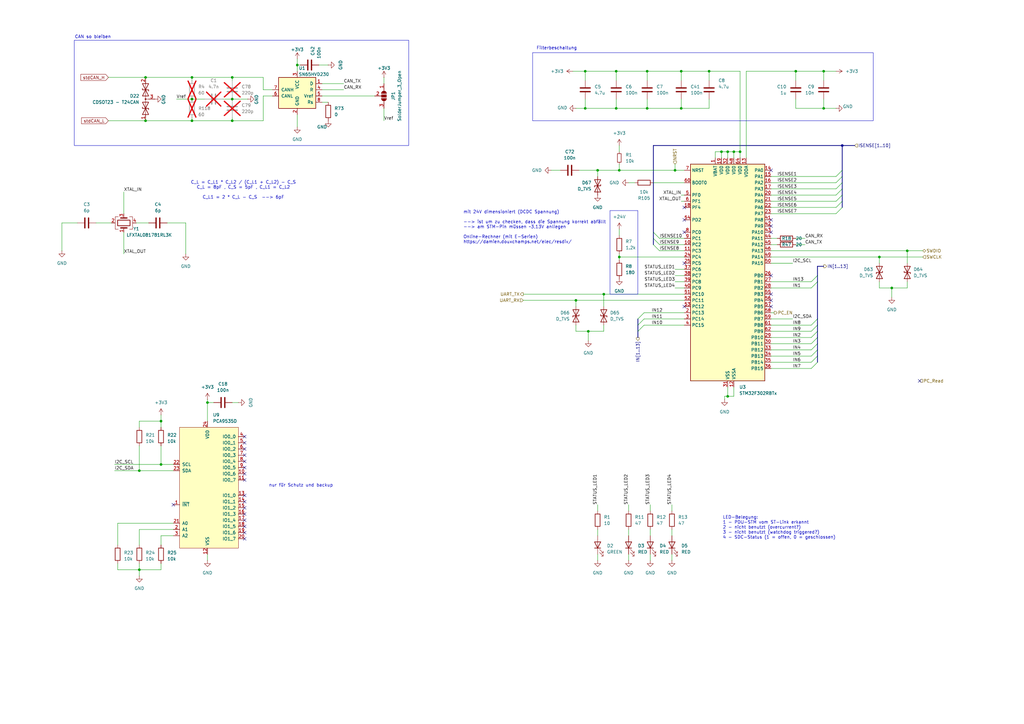
<source format=kicad_sch>
(kicad_sch
	(version 20231120)
	(generator "eeschema")
	(generator_version "8.0")
	(uuid "aa933140-9f4b-4735-968c-43a62bfa3dd4")
	(paper "A3")
	(title_block
		(title "PDU FT25")
		(date "2024-11-23")
		(rev "V1.1")
		(company "Janek Herm")
		(comment 1 "FaSTTUBe Electronics")
	)
	
	(junction
		(at 372.11 102.87)
		(diameter 0)
		(color 0 0 0 0)
		(uuid "011fb3dc-49db-4df5-b559-38f85c6453d7")
	)
	(junction
		(at 240.03 29.21)
		(diameter 0)
		(color 0 0 0 0)
		(uuid "1c1561dd-db1e-4379-88cb-32c62072201a")
	)
	(junction
		(at 59.69 31.75)
		(diameter 0)
		(color 0 0 0 0)
		(uuid "24200dc3-0fe0-44bc-8130-ae619484c55d")
	)
	(junction
		(at 95.25 31.75)
		(diameter 0)
		(color 0 0 0 0)
		(uuid "2909134b-3d57-4d2d-930f-c2f46d76c54e")
	)
	(junction
		(at 95.25 49.53)
		(diameter 0)
		(color 0 0 0 0)
		(uuid "32bc5ba3-b62b-42dc-82e3-cb95cb6a2278")
	)
	(junction
		(at 345.44 59.69)
		(diameter 0)
		(color 0 0 0 0)
		(uuid "336ecfe3-4b6c-4c03-ad58-6e9f8ed49a93")
	)
	(junction
		(at 247.65 120.65)
		(diameter 0)
		(color 0 0 0 0)
		(uuid "3c286ce4-9062-43d3-99f6-3ea87c7fcd41")
	)
	(junction
		(at 78.74 40.64)
		(diameter 0)
		(color 0 0 0 0)
		(uuid "470305e6-4469-423b-a0b1-e2953ae99fd0")
	)
	(junction
		(at 66.04 190.5)
		(diameter 0)
		(color 0 0 0 0)
		(uuid "48467fea-0433-486a-9774-2145e495967a")
	)
	(junction
		(at 298.45 162.56)
		(diameter 0)
		(color 0 0 0 0)
		(uuid "4a042d06-5575-481b-9363-db3682fcd0d8")
	)
	(junction
		(at 300.99 62.23)
		(diameter 0)
		(color 0 0 0 0)
		(uuid "4a5d67a8-f458-4ca3-8b92-21a112e0f4b4")
	)
	(junction
		(at 85.09 165.1)
		(diameter 0)
		(color 0 0 0 0)
		(uuid "4c74bb33-df4b-46c3-9b1d-12f5cd9e5e5f")
	)
	(junction
		(at 57.15 233.68)
		(diameter 0)
		(color 0 0 0 0)
		(uuid "579d8ae3-f757-42fb-a58f-9c840400fcdd")
	)
	(junction
		(at 337.82 44.45)
		(diameter 0)
		(color 0 0 0 0)
		(uuid "60d16c02-84b1-46a4-a9a4-92263b8dcb49")
	)
	(junction
		(at 265.43 29.21)
		(diameter 0)
		(color 0 0 0 0)
		(uuid "67916b88-e6d0-4b5a-9f27-3bf6035e0635")
	)
	(junction
		(at 66.04 172.72)
		(diameter 0)
		(color 0 0 0 0)
		(uuid "68393929-b5b3-4171-bf32-da752b58901a")
	)
	(junction
		(at 240.03 44.45)
		(diameter 0)
		(color 0 0 0 0)
		(uuid "7b12ecee-0c67-4465-8158-f60ce921a82f")
	)
	(junction
		(at 326.39 29.21)
		(diameter 0)
		(color 0 0 0 0)
		(uuid "8065c336-233f-4333-8fb9-b0cf210d8d84")
	)
	(junction
		(at 252.73 29.21)
		(diameter 0)
		(color 0 0 0 0)
		(uuid "81124fb1-9228-4404-b2ec-46da02e0191c")
	)
	(junction
		(at 365.76 118.11)
		(diameter 0)
		(color 0 0 0 0)
		(uuid "82270b0f-876d-4834-8031-39dfa01b2c6f")
	)
	(junction
		(at 57.15 193.04)
		(diameter 0)
		(color 0 0 0 0)
		(uuid "87b3c8f4-734e-40eb-860c-a2d06358816d")
	)
	(junction
		(at 303.53 62.23)
		(diameter 0)
		(color 0 0 0 0)
		(uuid "92181147-f6d9-4a30-9e52-285e8f653835")
	)
	(junction
		(at 78.74 31.75)
		(diameter 0)
		(color 0 0 0 0)
		(uuid "952a4c72-7ac6-4c90-b284-d228a11ad936")
	)
	(junction
		(at 236.22 123.19)
		(diameter 0)
		(color 0 0 0 0)
		(uuid "99f24f12-e848-4c1f-ba5d-ddfe35ce4455")
	)
	(junction
		(at 295.91 62.23)
		(diameter 0)
		(color 0 0 0 0)
		(uuid "9d39e635-6ccb-4356-8a35-e6683e33abc6")
	)
	(junction
		(at 265.43 44.45)
		(diameter 0)
		(color 0 0 0 0)
		(uuid "a024b72b-5e3f-46fb-a2e4-a5878e8a88f4")
	)
	(junction
		(at 254 105.41)
		(diameter 0)
		(color 0 0 0 0)
		(uuid "aaccc812-c088-498a-befd-eb96b122b5fd")
	)
	(junction
		(at 276.86 69.85)
		(diameter 0)
		(color 0 0 0 0)
		(uuid "bb8bbc0e-59ca-4c70-96e1-574d2a709031")
	)
	(junction
		(at 241.3 135.89)
		(diameter 0)
		(color 0 0 0 0)
		(uuid "bbf3a917-6a04-4fd5-b852-be679d151fde")
	)
	(junction
		(at 290.83 29.21)
		(diameter 0)
		(color 0 0 0 0)
		(uuid "c3804580-880e-42ec-9ac0-0d99145ce20d")
	)
	(junction
		(at 252.73 44.45)
		(diameter 0)
		(color 0 0 0 0)
		(uuid "cb8dda75-074d-4c4c-adc1-368befa4d039")
	)
	(junction
		(at 245.11 69.85)
		(diameter 0)
		(color 0 0 0 0)
		(uuid "dfeaeceb-2205-4019-aa61-2b137b393fbc")
	)
	(junction
		(at 254 69.85)
		(diameter 0)
		(color 0 0 0 0)
		(uuid "e2b50f20-59e9-4842-97d3-a31cc6b12de2")
	)
	(junction
		(at 121.92 26.67)
		(diameter 0)
		(color 0 0 0 0)
		(uuid "e2d03ef5-6f0d-42ac-b206-09a65441fc7c")
	)
	(junction
		(at 78.74 49.53)
		(diameter 0)
		(color 0 0 0 0)
		(uuid "e3bee0d1-ee56-45a2-b990-12f34ff6079d")
	)
	(junction
		(at 59.69 49.53)
		(diameter 0)
		(color 0 0 0 0)
		(uuid "ecb153c6-64f7-4e6d-ba7e-f8d1a568d9ab")
	)
	(junction
		(at 360.68 105.41)
		(diameter 0)
		(color 0 0 0 0)
		(uuid "efedf725-2801-4356-be55-6b5641a8266e")
	)
	(junction
		(at 95.25 40.64)
		(diameter 0)
		(color 0 0 0 0)
		(uuid "effeb44b-6653-4665-8798-a89e5d31ce18")
	)
	(junction
		(at 337.82 29.21)
		(diameter 0)
		(color 0 0 0 0)
		(uuid "f3432773-749d-40c3-8aa7-240cc93fb599")
	)
	(junction
		(at 298.45 62.23)
		(diameter 0)
		(color 0 0 0 0)
		(uuid "f5034439-030d-403b-8d95-4d009b618e77")
	)
	(junction
		(at 279.4 44.45)
		(diameter 0)
		(color 0 0 0 0)
		(uuid "f79ecdf7-8915-4abb-bd2a-27ce32ad523f")
	)
	(junction
		(at 279.4 29.21)
		(diameter 0)
		(color 0 0 0 0)
		(uuid "fc270b45-755a-4224-a4f1-a9ea4d6490f5")
	)
	(no_connect
		(at 100.33 186.69)
		(uuid "00d0ed88-2bfc-4c34-865b-ea3a2f20116c")
	)
	(no_connect
		(at 100.33 208.28)
		(uuid "02b0f748-e2f7-4b3d-b3db-2ffd71c04543")
	)
	(no_connect
		(at 100.33 189.23)
		(uuid "0743f554-f217-447e-9672-e42c1e61c9b5")
	)
	(no_connect
		(at 316.23 90.17)
		(uuid "075be4a6-f93d-4ab9-bd89-dc240df4e00e")
	)
	(no_connect
		(at 100.33 194.31)
		(uuid "0ba7740a-6dab-44d6-b915-fd5da74cd9d0")
	)
	(no_connect
		(at 316.23 125.73)
		(uuid "0e402498-1ec7-4e50-bcc0-9ff038dc97d5")
	)
	(no_connect
		(at 100.33 196.85)
		(uuid "0f48667d-052a-4f59-93cf-fe7a77815214")
	)
	(no_connect
		(at 316.23 69.85)
		(uuid "1c736ce9-59d9-4e87-89c9-ae97363ce32b")
	)
	(no_connect
		(at 316.23 95.25)
		(uuid "3c312b4f-fa58-492d-8a28-9962baf598ef")
	)
	(no_connect
		(at 280.67 125.73)
		(uuid "3d18cbec-9d6d-4b25-acd5-d8fdd5b8b0be")
	)
	(no_connect
		(at 100.33 215.9)
		(uuid "40822289-a03a-4001-87d0-7f7897d9f9db")
	)
	(no_connect
		(at 280.67 90.17)
		(uuid "4865fe96-237f-418e-93a3-2eaf2c765084")
	)
	(no_connect
		(at 316.23 92.71)
		(uuid "510c8434-b139-4ac7-9ea5-f6153de72f0d")
	)
	(no_connect
		(at 100.33 203.2)
		(uuid "5332d9c4-fb0f-46bd-9b73-273ca727ec6c")
	)
	(no_connect
		(at 71.12 207.01)
		(uuid "56bf825b-2d39-4f2d-8492-59b72586464e")
	)
	(no_connect
		(at 280.67 95.25)
		(uuid "6f3d28e0-2dd5-4cfd-b78a-947982f01cbb")
	)
	(no_connect
		(at 100.33 181.61)
		(uuid "779a1c34-460b-4654-9a8b-ce59fbfcaba2")
	)
	(no_connect
		(at 100.33 218.44)
		(uuid "8c5047f8-cb7c-4e9f-acac-db3079f1e980")
	)
	(no_connect
		(at 316.23 113.03)
		(uuid "8dac3224-e958-4a1c-876d-20be0b6c8628")
	)
	(no_connect
		(at 280.67 107.95)
		(uuid "969aafdd-ff23-44c3-be52-b64f08887ca4")
	)
	(no_connect
		(at 280.67 85.09)
		(uuid "99e63ff9-177b-4543-b70d-778349a2a25f")
	)
	(no_connect
		(at 316.23 123.19)
		(uuid "af28ca33-6fae-440e-8467-d8e50d2753e5")
	)
	(no_connect
		(at 100.33 210.82)
		(uuid "b6b1c608-32fd-4df8-8d03-99b86d1c6667")
	)
	(no_connect
		(at 100.33 213.36)
		(uuid "d7427eb2-d12b-490f-8753-e81fe0d7d699")
	)
	(no_connect
		(at 100.33 220.98)
		(uuid "df8d2cd9-9ed4-4296-bb09-cc677a5766fd")
	)
	(no_connect
		(at 316.23 120.65)
		(uuid "e39f14bf-0c61-442d-ba06-1e9c8d8b75ee")
	)
	(no_connect
		(at 100.33 205.74)
		(uuid "e8c6eee0-3d18-4a40-aa9e-b9ca485e246a")
	)
	(no_connect
		(at 100.33 191.77)
		(uuid "e98ff970-5fa4-4e16-8569-413c8bccea6d")
	)
	(no_connect
		(at 100.33 184.15)
		(uuid "f04c8745-5aa1-473b-a439-272803b1dab3")
	)
	(no_connect
		(at 377.19 156.21)
		(uuid "f4e00081-989c-4207-9f6f-d102f40e338f")
	)
	(no_connect
		(at 100.33 179.07)
		(uuid "fa828f01-0c07-4fed-bcae-2996bedf0f3f")
	)
	(bus_entry
		(at 342.9 74.93)
		(size 2.54 -2.54)
		(stroke
			(width 0)
			(type default)
		)
		(uuid "0f44c7bf-42fb-4027-bf20-709ad1aa704a")
	)
	(bus_entry
		(at 332.74 143.51)
		(size 2.54 -2.54)
		(stroke
			(width 0)
			(type default)
		)
		(uuid "1a8c4578-18d3-4d5b-9d91-abbaf03e9138")
	)
	(bus_entry
		(at 342.9 82.55)
		(size 2.54 -2.54)
		(stroke
			(width 0)
			(type default)
		)
		(uuid "3746bdc5-d4d0-444e-a59d-ea02833a6a65")
	)
	(bus_entry
		(at 342.9 72.39)
		(size 2.54 -2.54)
		(stroke
			(width 0)
			(type default)
		)
		(uuid "3945f06b-623d-49c3-983b-f40b5edec678")
	)
	(bus_entry
		(at 342.9 87.63)
		(size 2.54 -2.54)
		(stroke
			(width 0)
			(type default)
		)
		(uuid "3ff9cecd-8190-4579-b1d8-07f660d68860")
	)
	(bus_entry
		(at 332.74 118.11)
		(size 2.54 -2.54)
		(stroke
			(width 0)
			(type default)
		)
		(uuid "4957f270-e681-45e8-a176-90f5101326f9")
	)
	(bus_entry
		(at 342.9 77.47)
		(size 2.54 -2.54)
		(stroke
			(width 0)
			(type default)
		)
		(uuid "4c8b6feb-847b-42b4-8753-f006923bda77")
	)
	(bus_entry
		(at 264.16 133.35)
		(size -2.54 2.54)
		(stroke
			(width 0)
			(type default)
		)
		(uuid "52c108e7-42d8-40ea-9646-fd41e1b7635a")
	)
	(bus_entry
		(at 332.74 133.35)
		(size 2.54 -2.54)
		(stroke
			(width 0)
			(type default)
		)
		(uuid "56b096de-f889-42c6-a376-cc718212d028")
	)
	(bus_entry
		(at 332.74 140.97)
		(size 2.54 -2.54)
		(stroke
			(width 0)
			(type default)
		)
		(uuid "579023c9-aee9-4289-bcef-52162fcd86e4")
	)
	(bus_entry
		(at 264.16 128.27)
		(size -2.54 2.54)
		(stroke
			(width 0)
			(type default)
		)
		(uuid "5a9829a9-2752-40b1-90db-78e699e955aa")
	)
	(bus_entry
		(at 270.51 100.33)
		(size -2.54 -2.54)
		(stroke
			(width 0)
			(type default)
		)
		(uuid "64135b90-3a0c-4804-9fde-547c8272c55d")
	)
	(bus_entry
		(at 270.51 97.79)
		(size -2.54 -2.54)
		(stroke
			(width 0)
			(type default)
		)
		(uuid "6719ffa9-6a4f-44fe-8a9a-c324cb13ff44")
	)
	(bus_entry
		(at 264.16 130.81)
		(size -2.54 2.54)
		(stroke
			(width 0)
			(type default)
		)
		(uuid "6d55b9a8-3776-4f25-929e-c56e410e4a49")
	)
	(bus_entry
		(at 332.74 115.57)
		(size 2.54 -2.54)
		(stroke
			(width 0)
			(type default)
		)
		(uuid "7447557f-810c-4ffc-b3cf-e8a8b88576b2")
	)
	(bus_entry
		(at 270.51 102.87)
		(size -2.54 -2.54)
		(stroke
			(width 0)
			(type default)
		)
		(uuid "7ed18590-037b-413d-a1f3-a02291ce0ea9")
	)
	(bus_entry
		(at 332.74 148.59)
		(size 2.54 -2.54)
		(stroke
			(width 0)
			(type default)
		)
		(uuid "808fcb53-b6eb-4126-b4a3-839040796060")
	)
	(bus_entry
		(at 332.74 138.43)
		(size 2.54 -2.54)
		(stroke
			(width 0)
			(type default)
		)
		(uuid "90d7f3a5-58af-4177-955c-92363bd0700d")
	)
	(bus_entry
		(at 332.74 151.13)
		(size 2.54 -2.54)
		(stroke
			(width 0)
			(type default)
		)
		(uuid "96e2509f-440b-4476-a949-5afab6fe1157")
	)
	(bus_entry
		(at 342.9 80.01)
		(size 2.54 -2.54)
		(stroke
			(width 0)
			(type default)
		)
		(uuid "b0a68681-9431-48bb-8eb2-62215f344ead")
	)
	(bus_entry
		(at 342.9 85.09)
		(size 2.54 -2.54)
		(stroke
			(width 0)
			(type default)
		)
		(uuid "ea1a9b47-f76d-4abc-b8f5-fd23807434c3")
	)
	(bus_entry
		(at 332.74 146.05)
		(size 2.54 -2.54)
		(stroke
			(width 0)
			(type default)
		)
		(uuid "f601e2f6-d62a-4439-b759-53677e622b58")
	)
	(bus_entry
		(at 332.74 135.89)
		(size 2.54 -2.54)
		(stroke
			(width 0)
			(type default)
		)
		(uuid "fb76438c-e197-4f72-9ef1-1130912a6e42")
	)
	(wire
		(pts
			(xy 46.99 190.5) (xy 66.04 190.5)
		)
		(stroke
			(width 0)
			(type default)
		)
		(uuid "01c10be1-8d82-4a65-8b94-9ab0f67f3ba9")
	)
	(wire
		(pts
			(xy 279.4 44.45) (xy 290.83 44.45)
		)
		(stroke
			(width 0)
			(type default)
		)
		(uuid "04342634-bf56-4170-94fb-99898055f07c")
	)
	(wire
		(pts
			(xy 121.92 26.67) (xy 123.19 26.67)
		)
		(stroke
			(width 0)
			(type default)
		)
		(uuid "04624f39-4f16-4cd8-945f-0c0f280b88d6")
	)
	(wire
		(pts
			(xy 111.76 36.83) (xy 107.95 36.83)
		)
		(stroke
			(width 0)
			(type default)
		)
		(uuid "04ce5f16-006c-484e-9448-6f35bc303ded")
	)
	(wire
		(pts
			(xy 298.45 64.77) (xy 298.45 62.23)
		)
		(stroke
			(width 0)
			(type default)
		)
		(uuid "0635cc89-ab21-411b-b2fb-734cbbdf8e6c")
	)
	(wire
		(pts
			(xy 72.39 40.64) (xy 78.74 40.64)
		)
		(stroke
			(width 0)
			(type default)
		)
		(uuid "067e1c89-22ea-4cd0-ac58-970449aa4157")
	)
	(wire
		(pts
			(xy 360.68 118.11) (xy 365.76 118.11)
		)
		(stroke
			(width 0)
			(type default)
		)
		(uuid "06af84a9-4fe0-46df-a673-fdffb9ae579b")
	)
	(wire
		(pts
			(xy 265.43 44.45) (xy 279.4 44.45)
		)
		(stroke
			(width 0)
			(type default)
		)
		(uuid "06cd50e4-a84d-4173-93ad-9c195c5ec8b1")
	)
	(wire
		(pts
			(xy 132.08 36.83) (xy 140.97 36.83)
		)
		(stroke
			(width 0)
			(type default)
		)
		(uuid "07d36fce-b92d-4ebb-924c-b0c58b3ef7ca")
	)
	(wire
		(pts
			(xy 254 105.41) (xy 280.67 105.41)
		)
		(stroke
			(width 0)
			(type default)
		)
		(uuid "08e5a2d8-f52d-4e51-88ae-1aa4173a3966")
	)
	(wire
		(pts
			(xy 326.39 100.33) (xy 330.2 100.33)
		)
		(stroke
			(width 0)
			(type default)
		)
		(uuid "09722ccd-1166-497f-a94c-e44e9be372b5")
	)
	(wire
		(pts
			(xy 247.65 120.65) (xy 280.67 120.65)
		)
		(stroke
			(width 0)
			(type default)
		)
		(uuid "0a6c4184-3014-42b4-941a-203237f8b3e1")
	)
	(wire
		(pts
			(xy 48.26 231.14) (xy 48.26 233.68)
		)
		(stroke
			(width 0)
			(type default)
		)
		(uuid "0ac7b722-c4a9-4b58-b59a-e29b86535223")
	)
	(wire
		(pts
			(xy 293.37 62.23) (xy 295.91 62.23)
		)
		(stroke
			(width 0)
			(type default)
		)
		(uuid "0ad49cbe-2a59-4aad-8360-58993f3de25e")
	)
	(wire
		(pts
			(xy 316.23 130.81) (xy 325.12 130.81)
		)
		(stroke
			(width 0)
			(type default)
		)
		(uuid "0bc604da-ec50-48b0-a3ef-631c7c5d0f8a")
	)
	(wire
		(pts
			(xy 266.7 207.01) (xy 266.7 209.55)
		)
		(stroke
			(width 0)
			(type default)
		)
		(uuid "0bf4fa6e-f353-4c5b-89b0-744fdf8daf9d")
	)
	(wire
		(pts
			(xy 78.74 31.75) (xy 78.74 33.02)
		)
		(stroke
			(width 0)
			(type default)
		)
		(uuid "0ea186d4-0575-4211-a5c2-c47d1a397213")
	)
	(wire
		(pts
			(xy 71.12 193.04) (xy 57.15 193.04)
		)
		(stroke
			(width 0)
			(type default)
		)
		(uuid "10c76f8f-8700-456c-88c1-f1aa9c25eedd")
	)
	(bus
		(pts
			(xy 261.62 130.81) (xy 261.62 133.35)
		)
		(stroke
			(width 0)
			(type default)
		)
		(uuid "11f67c83-3ffd-46d0-aec1-8c99a833f6e3")
	)
	(wire
		(pts
			(xy 240.03 44.45) (xy 252.73 44.45)
		)
		(stroke
			(width 0)
			(type default)
		)
		(uuid "1231f68a-96d2-44b7-8d3c-b74c91867cc1")
	)
	(wire
		(pts
			(xy 78.74 48.26) (xy 78.74 49.53)
		)
		(stroke
			(width 0)
			(type default)
		)
		(uuid "129613d9-101d-4f0c-8d4a-a64ce9206fbe")
	)
	(wire
		(pts
			(xy 252.73 29.21) (xy 265.43 29.21)
		)
		(stroke
			(width 0)
			(type default)
		)
		(uuid "1351a6f2-d547-4c92-a7bd-fc66aa2b7b1c")
	)
	(wire
		(pts
			(xy 59.69 31.75) (xy 78.74 31.75)
		)
		(stroke
			(width 0)
			(type default)
		)
		(uuid "13ff90a7-64c3-4c39-bfde-af322b8ef136")
	)
	(wire
		(pts
			(xy 247.65 133.35) (xy 247.65 135.89)
		)
		(stroke
			(width 0)
			(type default)
		)
		(uuid "1465ca23-40a4-46ec-b0f8-03f7ee145ad2")
	)
	(wire
		(pts
			(xy 85.09 165.1) (xy 87.63 165.1)
		)
		(stroke
			(width 0)
			(type default)
		)
		(uuid "148b4225-d182-4bb6-9de1-701e6dbdada6")
	)
	(wire
		(pts
			(xy 132.08 41.91) (xy 134.62 41.91)
		)
		(stroke
			(width 0)
			(type default)
		)
		(uuid "14f3c7a6-d742-4322-bb88-1c8b862b32bd")
	)
	(wire
		(pts
			(xy 316.23 85.09) (xy 342.9 85.09)
		)
		(stroke
			(width 0)
			(type default)
		)
		(uuid "1563780a-b8ea-48ce-ab08-85a32f8ef187")
	)
	(wire
		(pts
			(xy 50.8 78.74) (xy 50.8 87.63)
		)
		(stroke
			(width 0)
			(type default)
		)
		(uuid "156a91e1-7575-43e4-ad21-502973462c11")
	)
	(wire
		(pts
			(xy 236.22 135.89) (xy 236.22 133.35)
		)
		(stroke
			(width 0)
			(type default)
		)
		(uuid "157e1d50-e501-4dc1-82d3-3f6de57d9811")
	)
	(wire
		(pts
			(xy 236.22 123.19) (xy 280.67 123.19)
		)
		(stroke
			(width 0)
			(type default)
		)
		(uuid "1835392a-44c0-4c7c-aba2-4aae14bcc355")
	)
	(wire
		(pts
			(xy 245.11 227.33) (xy 245.11 229.87)
		)
		(stroke
			(width 0)
			(type default)
		)
		(uuid "1f718422-99da-4137-9d23-e032c03b928c")
	)
	(wire
		(pts
			(xy 78.74 49.53) (xy 95.25 49.53)
		)
		(stroke
			(width 0)
			(type default)
		)
		(uuid "20098200-20b7-498b-9c5a-1c253e7e5f5b")
	)
	(bus
		(pts
			(xy 345.44 69.85) (xy 345.44 72.39)
		)
		(stroke
			(width 0)
			(type default)
		)
		(uuid "2251dd67-3d1a-45bd-95a7-174c40e8a15b")
	)
	(wire
		(pts
			(xy 66.04 182.88) (xy 66.04 190.5)
		)
		(stroke
			(width 0)
			(type default)
		)
		(uuid "2372e0d3-7fbc-4289-bd6b-9c3a6da3c8d6")
	)
	(wire
		(pts
			(xy 60.96 91.44) (xy 55.88 91.44)
		)
		(stroke
			(width 0)
			(type default)
		)
		(uuid "237a38f9-6614-4bbc-b48b-aa6c4183ece0")
	)
	(wire
		(pts
			(xy 372.11 102.87) (xy 378.46 102.87)
		)
		(stroke
			(width 0)
			(type default)
		)
		(uuid "24abb6d5-4626-4519-b279-895ef4faf25c")
	)
	(wire
		(pts
			(xy 121.92 24.13) (xy 121.92 26.67)
		)
		(stroke
			(width 0)
			(type default)
		)
		(uuid "253308ce-4f34-45f1-a309-15a60f1e19ef")
	)
	(bus
		(pts
			(xy 335.28 130.81) (xy 335.28 133.35)
		)
		(stroke
			(width 0)
			(type default)
		)
		(uuid "25755da5-b2ff-4cff-8bc2-24cd8eade220")
	)
	(bus
		(pts
			(xy 345.44 74.93) (xy 345.44 77.47)
		)
		(stroke
			(width 0)
			(type default)
		)
		(uuid "262d263f-f433-4679-862b-308035de0a2b")
	)
	(wire
		(pts
			(xy 44.45 49.53) (xy 59.69 49.53)
		)
		(stroke
			(width 0)
			(type default)
		)
		(uuid "274e5ee3-d781-4532-b53c-05387a81ff92")
	)
	(wire
		(pts
			(xy 46.99 193.04) (xy 57.15 193.04)
		)
		(stroke
			(width 0)
			(type default)
		)
		(uuid "284044e3-c554-4a4b-906c-ccf5e3689f9f")
	)
	(wire
		(pts
			(xy 316.23 118.11) (xy 332.74 118.11)
		)
		(stroke
			(width 0)
			(type default)
		)
		(uuid "2887116b-bea2-468f-885b-5166edebab89")
	)
	(wire
		(pts
			(xy 95.25 48.26) (xy 95.25 49.53)
		)
		(stroke
			(width 0)
			(type default)
		)
		(uuid "2c36341c-e8ad-4c3f-828b-51d06c455951")
	)
	(wire
		(pts
			(xy 236.22 123.19) (xy 236.22 125.73)
		)
		(stroke
			(width 0)
			(type default)
		)
		(uuid "2c550914-75dd-41a4-85f1-6281fd0a4d4b")
	)
	(wire
		(pts
			(xy 297.18 162.56) (xy 297.18 163.83)
		)
		(stroke
			(width 0)
			(type default)
		)
		(uuid "2e6a84cd-4428-4a5b-8eac-d5d5a9e09196")
	)
	(wire
		(pts
			(xy 265.43 44.45) (xy 252.73 44.45)
		)
		(stroke
			(width 0)
			(type default)
		)
		(uuid "30049d16-312a-40c3-b4e3-d52ec94734e7")
	)
	(bus
		(pts
			(xy 335.28 146.05) (xy 335.28 148.59)
		)
		(stroke
			(width 0)
			(type default)
		)
		(uuid "309f5f35-3328-4fa8-b4c3-460525690a03")
	)
	(wire
		(pts
			(xy 59.69 49.53) (xy 78.74 49.53)
		)
		(stroke
			(width 0)
			(type default)
		)
		(uuid "30aaf3a0-4d2c-4c09-8330-c952bee69405")
	)
	(wire
		(pts
			(xy 316.23 72.39) (xy 342.9 72.39)
		)
		(stroke
			(width 0)
			(type default)
		)
		(uuid "31d32d8b-498b-4e2e-a65c-ff11263582c5")
	)
	(wire
		(pts
			(xy 254 96.52) (xy 254 93.98)
		)
		(stroke
			(width 0)
			(type default)
		)
		(uuid "336dd7a3-3351-448e-a2f7-0a868d778216")
	)
	(wire
		(pts
			(xy 241.3 135.89) (xy 241.3 139.7)
		)
		(stroke
			(width 0)
			(type default)
		)
		(uuid "3391f9c0-1432-4401-8274-c3c771b182a4")
	)
	(bus
		(pts
			(xy 267.97 95.25) (xy 267.97 97.79)
		)
		(stroke
			(width 0)
			(type default)
		)
		(uuid "33f73685-2792-44e9-b5b0-05bbf7fcddaf")
	)
	(wire
		(pts
			(xy 266.7 217.17) (xy 266.7 219.71)
		)
		(stroke
			(width 0)
			(type default)
		)
		(uuid "34478a33-d1b1-4338-b1b6-16785ed628a0")
	)
	(bus
		(pts
			(xy 345.44 59.69) (xy 345.44 69.85)
		)
		(stroke
			(width 0)
			(type default)
		)
		(uuid "35dec71b-26c6-47fc-8b49-5e8e283a85f2")
	)
	(wire
		(pts
			(xy 39.37 91.44) (xy 45.72 91.44)
		)
		(stroke
			(width 0)
			(type default)
		)
		(uuid "36c25c5f-bef6-4b8d-872a-cb5f3de296cf")
	)
	(wire
		(pts
			(xy 48.26 214.63) (xy 48.26 223.52)
		)
		(stroke
			(width 0)
			(type default)
		)
		(uuid "3734fd42-1a58-4133-a33f-53ff0e15d0e6")
	)
	(wire
		(pts
			(xy 270.51 100.33) (xy 280.67 100.33)
		)
		(stroke
			(width 0)
			(type default)
		)
		(uuid "374ea217-4be8-4b55-9567-a3387401ee1c")
	)
	(wire
		(pts
			(xy 342.9 44.45) (xy 337.82 44.45)
		)
		(stroke
			(width 0)
			(type default)
		)
		(uuid "380ed02c-02ec-493d-8e7a-a4d524cb20de")
	)
	(wire
		(pts
			(xy 71.12 219.71) (xy 66.04 219.71)
		)
		(stroke
			(width 0)
			(type default)
		)
		(uuid "384737a6-fb73-4ec1-9185-66230b794f5e")
	)
	(wire
		(pts
			(xy 316.23 138.43) (xy 332.74 138.43)
		)
		(stroke
			(width 0)
			(type default)
		)
		(uuid "3a208043-40df-48e3-96d8-2487d26fc72c")
	)
	(wire
		(pts
			(xy 236.22 44.45) (xy 240.03 44.45)
		)
		(stroke
			(width 0)
			(type default)
		)
		(uuid "3ad73296-22dc-403c-848b-592e5ee820e8")
	)
	(wire
		(pts
			(xy 85.09 163.83) (xy 85.09 165.1)
		)
		(stroke
			(width 0)
			(type default)
		)
		(uuid "3add3ab2-4580-4d88-85fa-0a6e63433b5c")
	)
	(wire
		(pts
			(xy 280.67 118.11) (xy 276.86 118.11)
		)
		(stroke
			(width 0)
			(type default)
		)
		(uuid "3bf0defa-f434-4da3-9852-926b797769df")
	)
	(wire
		(pts
			(xy 306.07 29.21) (xy 326.39 29.21)
		)
		(stroke
			(width 0)
			(type default)
		)
		(uuid "3cf2ceea-35e9-4eb7-a160-b660911651bb")
	)
	(wire
		(pts
			(xy 316.23 133.35) (xy 332.74 133.35)
		)
		(stroke
			(width 0)
			(type default)
		)
		(uuid "3e4b90b5-23af-4990-a30f-addd83c93519")
	)
	(wire
		(pts
			(xy 280.67 130.81) (xy 264.16 130.81)
		)
		(stroke
			(width 0)
			(type default)
		)
		(uuid "3f3265f9-c18a-4c90-9076-96d9d1762ce8")
	)
	(wire
		(pts
			(xy 303.53 62.23) (xy 303.53 29.21)
		)
		(stroke
			(width 0)
			(type default)
		)
		(uuid "3fbf1dcd-d369-4d97-86e5-0d64166f1695")
	)
	(wire
		(pts
			(xy 111.76 39.37) (xy 107.95 39.37)
		)
		(stroke
			(width 0)
			(type default)
		)
		(uuid "433a9bd0-c4d3-45af-9bb9-a8a1648b5d0a")
	)
	(wire
		(pts
			(xy 44.45 31.75) (xy 59.69 31.75)
		)
		(stroke
			(width 0)
			(type default)
		)
		(uuid "4412c598-e00c-403a-a5e8-1df1ebe79e2c")
	)
	(bus
		(pts
			(xy 345.44 77.47) (xy 345.44 80.01)
		)
		(stroke
			(width 0)
			(type default)
		)
		(uuid "446d3b8a-b184-43ef-a483-c9827ee7e5e8")
	)
	(wire
		(pts
			(xy 279.4 29.21) (xy 290.83 29.21)
		)
		(stroke
			(width 0)
			(type default)
		)
		(uuid "44b7664b-4334-4003-b151-630ab004c928")
	)
	(wire
		(pts
			(xy 372.11 118.11) (xy 365.76 118.11)
		)
		(stroke
			(width 0)
			(type default)
		)
		(uuid "4800bad9-6f06-4d3c-bf38-d17eb414de1d")
	)
	(wire
		(pts
			(xy 134.62 26.67) (xy 130.81 26.67)
		)
		(stroke
			(width 0)
			(type default)
		)
		(uuid "488018a1-c63c-4e72-9bd5-1976cce0172a")
	)
	(wire
		(pts
			(xy 316.23 115.57) (xy 332.74 115.57)
		)
		(stroke
			(width 0)
			(type default)
		)
		(uuid "49c8365a-ca95-400b-ad63-9129e1136d9e")
	)
	(wire
		(pts
			(xy 300.99 64.77) (xy 300.99 62.23)
		)
		(stroke
			(width 0)
			(type default)
		)
		(uuid "4a81f28c-0a6a-4076-8b7b-e8bba29c0ade")
	)
	(wire
		(pts
			(xy 360.68 105.41) (xy 378.46 105.41)
		)
		(stroke
			(width 0)
			(type default)
		)
		(uuid "4b0fb995-16e8-4924-9090-aa604e816928")
	)
	(wire
		(pts
			(xy 265.43 40.64) (xy 265.43 44.45)
		)
		(stroke
			(width 0)
			(type default)
		)
		(uuid "4b690891-d34d-4a2c-b54b-a2bcf5e0cc9f")
	)
	(bus
		(pts
			(xy 267.97 59.69) (xy 267.97 95.25)
		)
		(stroke
			(width 0)
			(type default)
		)
		(uuid "4ba8ccba-e453-4230-9b0a-2d1e0788caac")
	)
	(wire
		(pts
			(xy 78.74 40.64) (xy 83.82 40.64)
		)
		(stroke
			(width 0)
			(type default)
		)
		(uuid "4bd024fb-1685-452e-a6bf-c127e24ffee7")
	)
	(wire
		(pts
			(xy 280.67 113.03) (xy 276.86 113.03)
		)
		(stroke
			(width 0)
			(type default)
		)
		(uuid "4d686276-809a-44e4-b3e6-33295a39cb5e")
	)
	(wire
		(pts
			(xy 316.23 105.41) (xy 360.68 105.41)
		)
		(stroke
			(width 0)
			(type default)
		)
		(uuid "5041efb4-b0cd-4bdc-8e62-0fcb005a0b74")
	)
	(wire
		(pts
			(xy 316.23 74.93) (xy 342.9 74.93)
		)
		(stroke
			(width 0)
			(type default)
		)
		(uuid "51c6b7a0-c71a-4d20-abba-9f1e5de5eaa8")
	)
	(wire
		(pts
			(xy 214.63 120.65) (xy 247.65 120.65)
		)
		(stroke
			(width 0)
			(type default)
		)
		(uuid "5207cf23-6b89-48ca-94f2-bc37a24192fc")
	)
	(wire
		(pts
			(xy 267.97 74.93) (xy 280.67 74.93)
		)
		(stroke
			(width 0)
			(type default)
		)
		(uuid "5457882c-466e-435a-a493-eb45347e573f")
	)
	(wire
		(pts
			(xy 254 104.14) (xy 254 105.41)
		)
		(stroke
			(width 0)
			(type default)
		)
		(uuid "5594d980-1253-4a7d-8f92-fa49c6434d84")
	)
	(wire
		(pts
			(xy 275.59 227.33) (xy 275.59 229.87)
		)
		(stroke
			(width 0)
			(type default)
		)
		(uuid "573af0e6-6fab-4c99-875e-6675a452eab1")
	)
	(wire
		(pts
			(xy 290.83 33.02) (xy 290.83 29.21)
		)
		(stroke
			(width 0)
			(type default)
		)
		(uuid "5762d99e-3126-4890-9607-31256a488ae7")
	)
	(wire
		(pts
			(xy 316.23 143.51) (xy 332.74 143.51)
		)
		(stroke
			(width 0)
			(type default)
		)
		(uuid "57c4bab5-a989-445b-aaad-9f7fb046ca6b")
	)
	(wire
		(pts
			(xy 240.03 29.21) (xy 252.73 29.21)
		)
		(stroke
			(width 0)
			(type default)
		)
		(uuid "592440ee-12c4-4be4-984c-ce759230f308")
	)
	(wire
		(pts
			(xy 254 69.85) (xy 276.86 69.85)
		)
		(stroke
			(width 0)
			(type default)
		)
		(uuid "5bff72cf-84d5-4a35-a479-cee7167288e0")
	)
	(wire
		(pts
			(xy 66.04 170.18) (xy 66.04 172.72)
		)
		(stroke
			(width 0)
			(type default)
		)
		(uuid "5dfb4410-e1b2-4180-8f28-eccf0e90cef4")
	)
	(wire
		(pts
			(xy 298.45 162.56) (xy 297.18 162.56)
		)
		(stroke
			(width 0)
			(type default)
		)
		(uuid "5fa66723-a87b-4fd8-a7ed-6a6ee875c26b")
	)
	(bus
		(pts
			(xy 335.28 138.43) (xy 335.28 140.97)
		)
		(stroke
			(width 0)
			(type default)
		)
		(uuid "61312873-5fe1-42fd-9fb3-f775d083cf32")
	)
	(wire
		(pts
			(xy 85.09 165.1) (xy 85.09 172.72)
		)
		(stroke
			(width 0)
			(type default)
		)
		(uuid "62c870cc-863d-4e32-ba88-ef193766af3a")
	)
	(bus
		(pts
			(xy 345.44 80.01) (xy 345.44 82.55)
		)
		(stroke
			(width 0)
			(type default)
		)
		(uuid "63056bca-8aa2-4c61-9c04-4ba2d5dd7eae")
	)
	(wire
		(pts
			(xy 57.15 217.17) (xy 57.15 223.52)
		)
		(stroke
			(width 0)
			(type default)
		)
		(uuid "63cfe862-1b60-4147-a48c-872b3c237368")
	)
	(wire
		(pts
			(xy 318.77 97.79) (xy 316.23 97.79)
		)
		(stroke
			(width 0)
			(type default)
		)
		(uuid "640e7ef2-ac50-4a3d-b491-720fc4ede5e4")
	)
	(wire
		(pts
			(xy 265.43 29.21) (xy 279.4 29.21)
		)
		(stroke
			(width 0)
			(type default)
		)
		(uuid "66b9af82-6c1b-407a-b830-0a7aa102153f")
	)
	(wire
		(pts
			(xy 245.11 69.85) (xy 254 69.85)
		)
		(stroke
			(width 0)
			(type default)
		)
		(uuid "66fbc815-56c4-4aa8-8b02-e2734d7501f7")
	)
	(wire
		(pts
			(xy 76.2 104.14) (xy 76.2 91.44)
		)
		(stroke
			(width 0)
			(type default)
		)
		(uuid "6760abfc-8efe-43dd-b4af-004d7b033428")
	)
	(wire
		(pts
			(xy 316.23 135.89) (xy 332.74 135.89)
		)
		(stroke
			(width 0)
			(type default)
		)
		(uuid "6b3f2e83-c285-4a0e-812a-970aa35eb8f3")
	)
	(wire
		(pts
			(xy 66.04 172.72) (xy 66.04 175.26)
		)
		(stroke
			(width 0)
			(type default)
		)
		(uuid "6b960ee9-e619-4056-ab5e-ecaea727a4da")
	)
	(wire
		(pts
			(xy 280.67 115.57) (xy 276.86 115.57)
		)
		(stroke
			(width 0)
			(type default)
		)
		(uuid "6c1e18e5-29de-4d47-831a-a5fba3321085")
	)
	(wire
		(pts
			(xy 276.86 67.31) (xy 276.86 69.85)
		)
		(stroke
			(width 0)
			(type default)
		)
		(uuid "70625563-a097-4b0a-a81d-15bb826a1032")
	)
	(wire
		(pts
			(xy 71.12 214.63) (xy 48.26 214.63)
		)
		(stroke
			(width 0)
			(type default)
		)
		(uuid "72cc7940-d8f6-4fdf-82f5-f94fe74b72b2")
	)
	(wire
		(pts
			(xy 247.65 120.65) (xy 247.65 125.73)
		)
		(stroke
			(width 0)
			(type default)
		)
		(uuid "73b98dab-d36d-4942-84f4-1c29626f61b6")
	)
	(wire
		(pts
			(xy 95.25 165.1) (xy 97.79 165.1)
		)
		(stroke
			(width 0)
			(type default)
		)
		(uuid "77c9717d-4354-42c8-8282-fc996f8e008d")
	)
	(wire
		(pts
			(xy 316.23 151.13) (xy 332.74 151.13)
		)
		(stroke
			(width 0)
			(type default)
		)
		(uuid "78a1b69a-85ae-4515-a0a1-e32eb2d8856e")
	)
	(wire
		(pts
			(xy 257.81 217.17) (xy 257.81 219.71)
		)
		(stroke
			(width 0)
			(type default)
		)
		(uuid "791a09bf-b5e3-4a76-ab8d-ab77a05166b1")
	)
	(wire
		(pts
			(xy 275.59 217.17) (xy 275.59 219.71)
		)
		(stroke
			(width 0)
			(type default)
		)
		(uuid "7bccdd04-4201-4262-afdb-1f717b63954d")
	)
	(wire
		(pts
			(xy 365.76 118.11) (xy 365.76 121.92)
		)
		(stroke
			(width 0)
			(type default)
		)
		(uuid "7ce15126-e46f-450a-88cf-bf021729bbd4")
	)
	(wire
		(pts
			(xy 300.99 162.56) (xy 298.45 162.56)
		)
		(stroke
			(width 0)
			(type default)
		)
		(uuid "7d3688bd-ee5d-46b9-bb87-c57b2f2ef841")
	)
	(wire
		(pts
			(xy 372.11 102.87) (xy 372.11 107.95)
		)
		(stroke
			(width 0)
			(type default)
		)
		(uuid "7d8e42e8-1bd0-4296-9880-9fba3a45d953")
	)
	(wire
		(pts
			(xy 157.48 44.45) (xy 157.48 49.53)
		)
		(stroke
			(width 0)
			(type default)
		)
		(uuid "7e2d27f6-8dc6-4db9-a014-b25d12f38c27")
	)
	(wire
		(pts
			(xy 318.77 100.33) (xy 316.23 100.33)
		)
		(stroke
			(width 0)
			(type default)
		)
		(uuid "7e9898dd-c6fc-4604-8d67-25d9df0d3ea7")
	)
	(wire
		(pts
			(xy 316.23 146.05) (xy 332.74 146.05)
		)
		(stroke
			(width 0)
			(type default)
		)
		(uuid "7ef32392-76db-40d3-a157-49cf1b4ba958")
	)
	(wire
		(pts
			(xy 252.73 44.45) (xy 252.73 40.64)
		)
		(stroke
			(width 0)
			(type default)
		)
		(uuid "7f21f788-b78d-4607-b25e-c29c60fd01ee")
	)
	(wire
		(pts
			(xy 245.11 217.17) (xy 245.11 219.71)
		)
		(stroke
			(width 0)
			(type default)
		)
		(uuid "83d840ed-51d0-4a2b-8c4b-8841ec896b9f")
	)
	(wire
		(pts
			(xy 280.67 110.49) (xy 276.86 110.49)
		)
		(stroke
			(width 0)
			(type default)
		)
		(uuid "84ae6afc-bf8f-4321-8fe0-1256ddb2d700")
	)
	(wire
		(pts
			(xy 279.4 80.01) (xy 280.67 80.01)
		)
		(stroke
			(width 0)
			(type default)
		)
		(uuid "84f07f24-75f3-4cc7-b54e-ff3a21911909")
	)
	(wire
		(pts
			(xy 298.45 158.75) (xy 298.45 162.56)
		)
		(stroke
			(width 0)
			(type default)
		)
		(uuid "8505f2cd-1e7f-4f98-99a1-831800ae8140")
	)
	(wire
		(pts
			(xy 132.08 39.37) (xy 153.67 39.37)
		)
		(stroke
			(width 0)
			(type default)
		)
		(uuid "85e8d5ff-9194-472a-81fe-81f1d2fb2bc7")
	)
	(wire
		(pts
			(xy 279.4 29.21) (xy 279.4 33.02)
		)
		(stroke
			(width 0)
			(type default)
		)
		(uuid "86594fa4-96ef-4b6b-9fb4-99fd99a23170")
	)
	(wire
		(pts
			(xy 226.06 69.85) (xy 229.87 69.85)
		)
		(stroke
			(width 0)
			(type default)
		)
		(uuid "872cc783-8f89-4a31-8d69-30669783acd4")
	)
	(wire
		(pts
			(xy 298.45 62.23) (xy 300.99 62.23)
		)
		(stroke
			(width 0)
			(type default)
		)
		(uuid "87ddc8b3-f1a2-4d1c-91e8-606172ec47d6")
	)
	(wire
		(pts
			(xy 280.67 133.35) (xy 264.16 133.35)
		)
		(stroke
			(width 0)
			(type default)
		)
		(uuid "8ce71bf8-38df-41cb-ae3c-5807499f1b40")
	)
	(wire
		(pts
			(xy 280.67 69.85) (xy 276.86 69.85)
		)
		(stroke
			(width 0)
			(type default)
		)
		(uuid "8e0c6015-c75f-4b40-8b31-6060fd9d7bdd")
	)
	(wire
		(pts
			(xy 257.81 207.01) (xy 257.81 209.55)
		)
		(stroke
			(width 0)
			(type default)
		)
		(uuid "91ab24a6-f08a-4e60-9cc2-e845e9436609")
	)
	(bus
		(pts
			(xy 335.28 133.35) (xy 335.28 135.89)
		)
		(stroke
			(width 0)
			(type default)
		)
		(uuid "93bb8650-5aae-410b-ba61-fa515d094bda")
	)
	(bus
		(pts
			(xy 267.97 59.69) (xy 345.44 59.69)
		)
		(stroke
			(width 0)
			(type default)
		)
		(uuid "96952c6d-506e-454c-b2d9-0948ab51e964")
	)
	(wire
		(pts
			(xy 260.35 74.93) (xy 257.81 74.93)
		)
		(stroke
			(width 0)
			(type default)
		)
		(uuid "96ba8d5b-8e4b-4926-a927-662bccc2db00")
	)
	(wire
		(pts
			(xy 240.03 33.02) (xy 240.03 29.21)
		)
		(stroke
			(width 0)
			(type default)
		)
		(uuid "96ed4aeb-ca18-43ce-b3d5-e2beccf8b493")
	)
	(wire
		(pts
			(xy 326.39 29.21) (xy 326.39 33.02)
		)
		(stroke
			(width 0)
			(type default)
		)
		(uuid "978b63ba-a51c-4bcc-8f6e-ce7e09ee5e8e")
	)
	(wire
		(pts
			(xy 245.11 69.85) (xy 245.11 72.39)
		)
		(stroke
			(width 0)
			(type default)
		)
		(uuid "97a0f518-37d8-4c54-b987-a70e8fcf889b")
	)
	(wire
		(pts
			(xy 295.91 64.77) (xy 295.91 62.23)
		)
		(stroke
			(width 0)
			(type default)
		)
		(uuid "99e28d3a-df39-45d6-a487-b1ca5e388bc1")
	)
	(wire
		(pts
			(xy 236.22 135.89) (xy 241.3 135.89)
		)
		(stroke
			(width 0)
			(type default)
		)
		(uuid "9b516c1e-2bbe-4e34-91fb-0d1eefd4b6ef")
	)
	(wire
		(pts
			(xy 326.39 40.64) (xy 326.39 44.45)
		)
		(stroke
			(width 0)
			(type default)
		)
		(uuid "9ba3c000-1f86-40f5-930e-17a4b93a145a")
	)
	(wire
		(pts
			(xy 66.04 190.5) (xy 71.12 190.5)
		)
		(stroke
			(width 0)
			(type default)
		)
		(uuid "9cb2807a-88c9-4ec9-8e0e-d5313b72d2e3")
	)
	(wire
		(pts
			(xy 300.99 158.75) (xy 300.99 162.56)
		)
		(stroke
			(width 0)
			(type default)
		)
		(uuid "9cc84406-31f7-4d0e-ad67-1f7cf798a249")
	)
	(bus
		(pts
			(xy 345.44 59.69) (xy 350.52 59.69)
		)
		(stroke
			(width 0)
			(type default)
		)
		(uuid "9ccbfe06-845b-49e2-82e7-bbf946473222")
	)
	(wire
		(pts
			(xy 257.81 227.33) (xy 257.81 229.87)
		)
		(stroke
			(width 0)
			(type default)
		)
		(uuid "a4014b3b-9195-48e8-99e6-73147189ebcf")
	)
	(wire
		(pts
			(xy 50.8 95.25) (xy 50.8 104.14)
		)
		(stroke
			(width 0)
			(type default)
		)
		(uuid "a413a018-0767-4293-88dd-d3211b741500")
	)
	(wire
		(pts
			(xy 326.39 44.45) (xy 337.82 44.45)
		)
		(stroke
			(width 0)
			(type default)
		)
		(uuid "a43cec6a-d0ed-46b8-aba0-fb17da6a7b27")
	)
	(wire
		(pts
			(xy 316.23 77.47) (xy 342.9 77.47)
		)
		(stroke
			(width 0)
			(type default)
		)
		(uuid "a45559c4-5009-4967-bb41-f08a50315a24")
	)
	(bus
		(pts
			(xy 261.62 138.43) (xy 261.62 135.89)
		)
		(stroke
			(width 0)
			(type default)
		)
		(uuid "a59ccade-3e06-449f-8830-6835a95f7677")
	)
	(wire
		(pts
			(xy 316.23 140.97) (xy 332.74 140.97)
		)
		(stroke
			(width 0)
			(type default)
		)
		(uuid "a5ae0e91-8246-4a61-a617-896b3c268b2a")
	)
	(wire
		(pts
			(xy 337.82 40.64) (xy 337.82 44.45)
		)
		(stroke
			(width 0)
			(type default)
		)
		(uuid "a6b89ee7-afe8-418b-bf84-d68aeb398b0e")
	)
	(wire
		(pts
			(xy 306.07 29.21) (xy 306.07 64.77)
		)
		(stroke
			(width 0)
			(type default)
		)
		(uuid "a810b8d0-b173-40f9-a48d-d719fd48f49e")
	)
	(wire
		(pts
			(xy 265.43 29.21) (xy 265.43 33.02)
		)
		(stroke
			(width 0)
			(type default)
		)
		(uuid "a819c80f-747f-4919-8dfd-4e1fbe3e4983")
	)
	(wire
		(pts
			(xy 252.73 29.21) (xy 252.73 33.02)
		)
		(stroke
			(width 0)
			(type default)
		)
		(uuid "a8f2f973-3249-43a2-b027-2642782bdbb8")
	)
	(bus
		(pts
			(xy 337.82 109.22) (xy 335.28 109.22)
		)
		(stroke
			(width 0)
			(type default)
		)
		(uuid "aa0d9b0f-c318-42d8-9f8a-7062abad51ff")
	)
	(wire
		(pts
			(xy 57.15 172.72) (xy 66.04 172.72)
		)
		(stroke
			(width 0)
			(type default)
		)
		(uuid "aad5fecc-5cd7-4782-8f81-d185565815a7")
	)
	(wire
		(pts
			(xy 372.11 115.57) (xy 372.11 118.11)
		)
		(stroke
			(width 0)
			(type default)
		)
		(uuid "ab11de8b-d27d-4f17-8804-3d4f4ce95f50")
	)
	(wire
		(pts
			(xy 254 67.31) (xy 254 69.85)
		)
		(stroke
			(width 0)
			(type default)
		)
		(uuid "ac99119a-7289-4b7d-bf4e-fa24584fd5e5")
	)
	(bus
		(pts
			(xy 267.97 97.79) (xy 267.97 100.33)
		)
		(stroke
			(width 0)
			(type default)
		)
		(uuid "ad1f7770-d867-4af5-aee1-86e6022744f6")
	)
	(wire
		(pts
			(xy 107.95 36.83) (xy 107.95 31.75)
		)
		(stroke
			(width 0)
			(type default)
		)
		(uuid "ad5145d6-835e-40ef-8320-271a0d601a4e")
	)
	(wire
		(pts
			(xy 245.11 207.01) (xy 245.11 209.55)
		)
		(stroke
			(width 0)
			(type default)
		)
		(uuid "ae829c98-bff4-4d8a-81b0-64763e4c104a")
	)
	(wire
		(pts
			(xy 270.51 102.87) (xy 280.67 102.87)
		)
		(stroke
			(width 0)
			(type default)
		)
		(uuid "aec3c96b-d324-4c83-b01c-f4470e85d085")
	)
	(wire
		(pts
			(xy 316.23 102.87) (xy 372.11 102.87)
		)
		(stroke
			(width 0)
			(type default)
		)
		(uuid "afb8c704-4be3-4065-870b-a1b3eed5d064")
	)
	(bus
		(pts
			(xy 261.62 133.35) (xy 261.62 135.89)
		)
		(stroke
			(width 0)
			(type default)
		)
		(uuid "b06b1619-1c34-4cfd-8d33-f5e5d2709422")
	)
	(bus
		(pts
			(xy 335.28 115.57) (xy 335.28 130.81)
		)
		(stroke
			(width 0)
			(type default)
		)
		(uuid "b25f1883-7899-40e6-bea0-dda4b69bc806")
	)
	(wire
		(pts
			(xy 266.7 227.33) (xy 266.7 229.87)
		)
		(stroke
			(width 0)
			(type default)
		)
		(uuid "b2be58c1-4836-480e-aa3b-ac80cc322cb8")
	)
	(wire
		(pts
			(xy 234.95 29.21) (xy 240.03 29.21)
		)
		(stroke
			(width 0)
			(type default)
		)
		(uuid "b2c18a8b-1856-404b-9568-1fbaa6d1aa7d")
	)
	(wire
		(pts
			(xy 57.15 233.68) (xy 57.15 231.14)
		)
		(stroke
			(width 0)
			(type default)
		)
		(uuid "b3da7675-4484-4f13-a3ee-53acab49744f")
	)
	(wire
		(pts
			(xy 300.99 62.23) (xy 303.53 62.23)
		)
		(stroke
			(width 0)
			(type default)
		)
		(uuid "b4d4436b-1e97-4b71-9d4a-efec7c2d29a0")
	)
	(wire
		(pts
			(xy 121.92 26.67) (xy 121.92 29.21)
		)
		(stroke
			(width 0)
			(type default)
		)
		(uuid "b59d0d87-af1c-44b8-8c95-246a18525198")
	)
	(wire
		(pts
			(xy 280.67 128.27) (xy 264.16 128.27)
		)
		(stroke
			(width 0)
			(type default)
		)
		(uuid "b694e302-39ae-4cec-8d85-dc68dfaa474a")
	)
	(wire
		(pts
			(xy 279.4 40.64) (xy 279.4 44.45)
		)
		(stroke
			(width 0)
			(type default)
		)
		(uuid "b8594858-a696-4f19-a9c8-df08777bfdd3")
	)
	(wire
		(pts
			(xy 66.04 219.71) (xy 66.04 223.52)
		)
		(stroke
			(width 0)
			(type default)
		)
		(uuid "b8b4fd59-fd0f-41c4-96db-949e51aff79c")
	)
	(wire
		(pts
			(xy 48.26 233.68) (xy 57.15 233.68)
		)
		(stroke
			(width 0)
			(type default)
		)
		(uuid "b8b5f82a-15fe-4a68-8c0b-ccb905afec0f")
	)
	(wire
		(pts
			(xy 85.09 227.33) (xy 85.09 229.87)
		)
		(stroke
			(width 0)
			(type default)
		)
		(uuid "bb5fa7cc-73b8-4f09-a367-25145705dc2f")
	)
	(wire
		(pts
			(xy 247.65 135.89) (xy 241.3 135.89)
		)
		(stroke
			(width 0)
			(type default)
		)
		(uuid "bd134b4f-2171-4eb5-86fc-5330b9a11363")
	)
	(wire
		(pts
			(xy 95.25 49.53) (xy 107.95 49.53)
		)
		(stroke
			(width 0)
			(type default)
		)
		(uuid "c2a42c62-e28b-43a6-8bb2-0a1f119a0e38")
	)
	(bus
		(pts
			(xy 345.44 72.39) (xy 345.44 74.93)
		)
		(stroke
			(width 0)
			(type default)
		)
		(uuid "c2c8d552-f034-4449-a3de-dedf3aad8f00")
	)
	(bus
		(pts
			(xy 335.28 135.89) (xy 335.28 138.43)
		)
		(stroke
			(width 0)
			(type default)
		)
		(uuid "c3730845-2d4f-471a-bb2e-3a0063f81c2c")
	)
	(wire
		(pts
			(xy 121.92 46.99) (xy 121.92 52.07)
		)
		(stroke
			(width 0)
			(type default)
		)
		(uuid "c3ec0945-321b-4b30-9522-0c21319a5f80")
	)
	(wire
		(pts
			(xy 66.04 231.14) (xy 66.04 233.68)
		)
		(stroke
			(width 0)
			(type default)
		)
		(uuid "c43435ab-7e75-4282-962a-7e1dda74f78c")
	)
	(wire
		(pts
			(xy 107.95 39.37) (xy 107.95 49.53)
		)
		(stroke
			(width 0)
			(type default)
		)
		(uuid "c52a96ec-fb68-468e-b3cf-c886bc8728ae")
	)
	(bus
		(pts
			(xy 335.28 140.97) (xy 335.28 143.51)
		)
		(stroke
			(width 0)
			(type default)
		)
		(uuid "c54ff8af-a779-43fb-af24-bb46950bcc09")
	)
	(wire
		(pts
			(xy 132.08 34.29) (xy 140.97 34.29)
		)
		(stroke
			(width 0)
			(type default)
		)
		(uuid "c7a522df-9734-4702-b512-256d9a6e5778")
	)
	(wire
		(pts
			(xy 316.23 128.27) (xy 317.5 128.27)
		)
		(stroke
			(width 0)
			(type default)
		)
		(uuid "c9abefe4-3d70-46c7-a812-f3c50f80e825")
	)
	(wire
		(pts
			(xy 95.25 40.64) (xy 101.6 40.64)
		)
		(stroke
			(width 0)
			(type default)
		)
		(uuid "ca4d6cf7-17c8-4b62-ac2f-e6ef1ddb6abb")
	)
	(bus
		(pts
			(xy 345.44 82.55) (xy 345.44 85.09)
		)
		(stroke
			(width 0)
			(type default)
		)
		(uuid "ca8cfe9e-87ec-4a19-8f30-49bfa4505870")
	)
	(wire
		(pts
			(xy 71.12 217.17) (xy 57.15 217.17)
		)
		(stroke
			(width 0)
			(type default)
		)
		(uuid "cbb3826f-14f0-440f-8d44-2dc0d7c59b55")
	)
	(wire
		(pts
			(xy 316.23 148.59) (xy 332.74 148.59)
		)
		(stroke
			(width 0)
			(type default)
		)
		(uuid "ccec9f19-5dc7-4e41-9e22-3ba7de88e290")
	)
	(wire
		(pts
			(xy 91.44 40.64) (xy 95.25 40.64)
		)
		(stroke
			(width 0)
			(type default)
		)
		(uuid "d04a6fcf-4cdd-4d4d-b903-0c17ec3c718e")
	)
	(wire
		(pts
			(xy 25.4 91.44) (xy 31.75 91.44)
		)
		(stroke
			(width 0)
			(type default)
		)
		(uuid "d2c50efd-053f-4e2b-ab6b-ceb56e1390a6")
	)
	(wire
		(pts
			(xy 290.83 29.21) (xy 303.53 29.21)
		)
		(stroke
			(width 0)
			(type default)
		)
		(uuid "d30aab13-07f2-4457-b84a-c61ebd85324c")
	)
	(wire
		(pts
			(xy 237.49 69.85) (xy 245.11 69.85)
		)
		(stroke
			(width 0)
			(type default)
		)
		(uuid "d31fee49-a38b-402f-8bf8-bb45ee41492e")
	)
	(wire
		(pts
			(xy 290.83 40.64) (xy 290.83 44.45)
		)
		(stroke
			(width 0)
			(type default)
		)
		(uuid "d336c2f7-fd3c-4fa0-a3b6-30f66270e0dd")
	)
	(wire
		(pts
			(xy 66.04 233.68) (xy 57.15 233.68)
		)
		(stroke
			(width 0)
			(type default)
		)
		(uuid "d5e53c50-c513-4bb7-bca0-7a9984274b95")
	)
	(wire
		(pts
			(xy 157.48 34.29) (xy 157.48 31.75)
		)
		(stroke
			(width 0)
			(type default)
		)
		(uuid "d62ecc64-c152-4b0a-85bf-14bc416033b4")
	)
	(wire
		(pts
			(xy 275.59 207.01) (xy 275.59 209.55)
		)
		(stroke
			(width 0)
			(type default)
		)
		(uuid "d7c8bd47-7b73-4ea8-b196-0d40bce9a89c")
	)
	(wire
		(pts
			(xy 337.82 33.02) (xy 337.82 29.21)
		)
		(stroke
			(width 0)
			(type default)
		)
		(uuid "d952bab0-653b-435c-8a2f-6393719cdfa6")
	)
	(wire
		(pts
			(xy 25.4 91.44) (xy 25.4 102.87)
		)
		(stroke
			(width 0)
			(type default)
		)
		(uuid "dbad8be3-21c0-4e36-a154-4beb3e5395a5")
	)
	(wire
		(pts
			(xy 316.23 80.01) (xy 342.9 80.01)
		)
		(stroke
			(width 0)
			(type default)
		)
		(uuid "dc7a3531-0422-497a-80c3-3ef7771970df")
	)
	(wire
		(pts
			(xy 326.39 97.79) (xy 330.2 97.79)
		)
		(stroke
			(width 0)
			(type default)
		)
		(uuid "ddac0376-e581-4f59-af0c-376284134561")
	)
	(wire
		(pts
			(xy 360.68 105.41) (xy 360.68 107.95)
		)
		(stroke
			(width 0)
			(type default)
		)
		(uuid "dde185dc-c1a6-4cff-a53f-51ea18e0f496")
	)
	(bus
		(pts
			(xy 335.28 113.03) (xy 335.28 115.57)
		)
		(stroke
			(width 0)
			(type default)
		)
		(uuid "de0a1780-03dc-4282-988e-24005d38b024")
	)
	(bus
		(pts
			(xy 335.28 109.22) (xy 335.28 113.03)
		)
		(stroke
			(width 0)
			(type default)
		)
		(uuid "df2cf0f7-cf69-4ceb-b9ba-dbfab7152832")
	)
	(wire
		(pts
			(xy 254 59.69) (xy 254 62.23)
		)
		(stroke
			(width 0)
			(type default)
		)
		(uuid "df962fbf-3186-49c7-b920-670e6de3619f")
	)
	(wire
		(pts
			(xy 270.51 97.79) (xy 280.67 97.79)
		)
		(stroke
			(width 0)
			(type default)
		)
		(uuid "e056fb87-e356-4c5f-a2aa-ef1101f35093")
	)
	(wire
		(pts
			(xy 57.15 233.68) (xy 57.15 236.22)
		)
		(stroke
			(width 0)
			(type default)
		)
		(uuid "e1422cf0-f303-4d2f-8b92-c2a7ffbc7b6e")
	)
	(wire
		(pts
			(xy 295.91 62.23) (xy 298.45 62.23)
		)
		(stroke
			(width 0)
			(type default)
		)
		(uuid "e1b392db-7931-4964-964f-68fe177d16d9")
	)
	(wire
		(pts
			(xy 236.22 123.19) (xy 214.63 123.19)
		)
		(stroke
			(width 0)
			(type default)
		)
		(uuid "e1e8a462-d120-42ad-ad79-f500a31a654e")
	)
	(wire
		(pts
			(xy 360.68 118.11) (xy 360.68 115.57)
		)
		(stroke
			(width 0)
			(type default)
		)
		(uuid "e2e7c861-bb5f-4fb3-ad06-59502f28bab1")
	)
	(wire
		(pts
			(xy 326.39 29.21) (xy 337.82 29.21)
		)
		(stroke
			(width 0)
			(type default)
		)
		(uuid "e4c7bb4c-75bf-4ed2-b33c-57936b821a91")
	)
	(wire
		(pts
			(xy 279.4 82.55) (xy 280.67 82.55)
		)
		(stroke
			(width 0)
			(type default)
		)
		(uuid "e70d3f73-dbb7-4d50-9c00-19309e1069bb")
	)
	(wire
		(pts
			(xy 342.9 29.21) (xy 337.82 29.21)
		)
		(stroke
			(width 0)
			(type default)
		)
		(uuid "ecfb946e-dee6-4e45-95fc-b5190899afab")
	)
	(wire
		(pts
			(xy 95.25 31.75) (xy 107.95 31.75)
		)
		(stroke
			(width 0)
			(type default)
		)
		(uuid "ed5581ec-24f0-4aee-86dc-8fa4679b5eb7")
	)
	(wire
		(pts
			(xy 78.74 31.75) (xy 95.25 31.75)
		)
		(stroke
			(width 0)
			(type default)
		)
		(uuid "ee9f27bc-a10a-47ba-a52b-a4e9281cde59")
	)
	(wire
		(pts
			(xy 254 106.68) (xy 254 105.41)
		)
		(stroke
			(width 0)
			(type default)
		)
		(uuid "efc60472-7e4b-42b7-b473-446bd5932cdd")
	)
	(wire
		(pts
			(xy 76.2 91.44) (xy 68.58 91.44)
		)
		(stroke
			(width 0)
			(type default)
		)
		(uuid "f195cfaf-288e-48b7-ae46-9f4bc63212db")
	)
	(wire
		(pts
			(xy 316.23 107.95) (xy 325.12 107.95)
		)
		(stroke
			(width 0)
			(type default)
		)
		(uuid "f62b2363-3b11-4d77-bc34-62dabbddd9de")
	)
	(wire
		(pts
			(xy 240.03 40.64) (xy 240.03 44.45)
		)
		(stroke
			(width 0)
			(type default)
		)
		(uuid "f8f11e7f-ddc0-4fe9-8460-b4625b615e14")
	)
	(bus
		(pts
			(xy 335.28 143.51) (xy 335.28 146.05)
		)
		(stroke
			(width 0)
			(type default)
		)
		(uuid "f9f6d47c-d436-48c3-84a7-f135566b17a6")
	)
	(wire
		(pts
			(xy 303.53 64.77) (xy 303.53 62.23)
		)
		(stroke
			(width 0)
			(type default)
		)
		(uuid "fa0fe15b-625c-4fcd-a37c-74e397977bdc")
	)
	(wire
		(pts
			(xy 293.37 64.77) (xy 293.37 62.23)
		)
		(stroke
			(width 0)
			(type default)
		)
		(uuid "fa6e5475-e914-4c66-8c18-c28d6966df60")
	)
	(wire
		(pts
			(xy 316.23 87.63) (xy 342.9 87.63)
		)
		(stroke
			(width 0)
			(type default)
		)
		(uuid "fb070b1a-fc87-466b-ab80-902a347329a6")
	)
	(wire
		(pts
			(xy 57.15 175.26) (xy 57.15 172.72)
		)
		(stroke
			(width 0)
			(type default)
		)
		(uuid "fb84b65b-2e9a-4ea5-9624-82316ac04003")
	)
	(wire
		(pts
			(xy 316.23 82.55) (xy 342.9 82.55)
		)
		(stroke
			(width 0)
			(type default)
		)
		(uuid "fd063ee6-d100-4124-856f-49d3dbfb70cc")
	)
	(wire
		(pts
			(xy 95.25 33.02) (xy 95.25 31.75)
		)
		(stroke
			(width 0)
			(type default)
		)
		(uuid "fdc82e97-42d6-4f95-a572-875294e7cd83")
	)
	(wire
		(pts
			(xy 57.15 193.04) (xy 57.15 182.88)
		)
		(stroke
			(width 0)
			(type default)
		)
		(uuid "ff404701-210e-48c7-9bc5-b63124960a0c")
	)
	(rectangle
		(start 30.48 16.51)
		(end 167.64 59.69)
		(stroke
			(width 0)
			(type default)
		)
		(fill
			(type none)
		)
		(uuid 30858d57-1cd2-4652-9a2a-71ae176ca307)
	)
	(rectangle
		(start 218.44 21.59)
		(end 358.14 49.53)
		(stroke
			(width 0)
			(type default)
		)
		(fill
			(type none)
		)
		(uuid 3681c90d-221f-46a9-accf-7ed7e4e2ed01)
	)
	(rectangle
		(start 250.19 86.36)
		(end 261.62 120.65)
		(stroke
			(width 0)
			(type default)
		)
		(fill
			(type none)
		)
		(uuid 848af244-80b1-4e0e-8425-e5409fe46a43)
	)
	(text "C_L = C_L1 * C_L2 / (C_L1 + C_L2) - C_S\nC_L = 8pF , C_S = 5pF , C_L1 = C_L2\n\nC_L1 = 2 * C_L - C_S  --> 6pF"
		(exclude_from_sim no)
		(at 99.822 77.978 0)
		(effects
			(font
				(size 1.27 1.27)
			)
		)
		(uuid "1a8b17d6-89bd-48cd-9901-ea195dcd40b5")
	)
	(text "mit 24V dimensioniert (DCDC Spannung)\n\n--> ist um zu checken, dass die Spannung korrekt abfällt\n--> am STM-Pin müssen ~3,13V anliegen\n\nOnline-Rechner (mit E-Serien)\nhttps://damien.douxchamps.net/elec/resdiv/"
		(exclude_from_sim no)
		(at 189.992 100.076 0)
		(effects
			(font
				(size 1.27 1.27)
			)
			(justify left bottom)
		)
		(uuid "367d726a-97e8-460e-bab0-87c8df58516c")
	)
	(text "LED-Belegung:\n1 - PDU-STM vom ST-Link erkannt\n2 - nicht benutzt (overcurrent?)\n3 - nicht benutzt (watchdog triggered?)\n4 - SDC-Status (1 = offen, 0 = geschlossen)"
		(exclude_from_sim no)
		(at 296.418 216.408 0)
		(effects
			(font
				(size 1.27 1.27)
			)
			(justify left)
		)
		(uuid "835b9fc7-013a-4810-82d1-557c1aa0c6b6")
	)
	(text "Filterbeschaltung"
		(exclude_from_sim no)
		(at 228.346 19.812 0)
		(effects
			(font
				(size 1.27 1.27)
				(thickness 0.1588)
			)
		)
		(uuid "9714d113-96a5-4f77-b0d7-d684f5bcbafd")
	)
	(text "nur für Schutz und backup"
		(exclude_from_sim no)
		(at 123.444 199.136 0)
		(effects
			(font
				(size 1.27 1.27)
			)
		)
		(uuid "c7c3dc53-cf8b-4159-93cf-677f20a6a91d")
	)
	(text "CAN so bleiben"
		(exclude_from_sim no)
		(at 38.1 15.24 0)
		(effects
			(font
				(size 1.27 1.27)
				(thickness 0.1588)
			)
		)
		(uuid "e9ee57ec-626f-42b3-8e6c-88928a6b9132")
	)
	(label "CAN_TX"
		(at 140.97 34.29 0)
		(fields_autoplaced yes)
		(effects
			(font
				(size 1.27 1.27)
			)
			(justify left bottom)
		)
		(uuid "0a4a85f7-6096-499c-b1c6-063823d9a123")
	)
	(label "ISENSE5"
		(at 318.77 82.55 0)
		(fields_autoplaced yes)
		(effects
			(font
				(size 1.27 1.27)
			)
			(justify left bottom)
		)
		(uuid "126ee22f-26ac-4cf3-bc03-97a317c5ce2c")
	)
	(label "ISENSE8"
		(at 270.51 102.87 0)
		(fields_autoplaced yes)
		(effects
			(font
				(size 1.27 1.27)
			)
			(justify left bottom)
		)
		(uuid "154df472-4d90-4f50-91f6-186fbc403218")
	)
	(label "IN10"
		(at 271.78 133.35 180)
		(fields_autoplaced yes)
		(effects
			(font
				(size 1.27 1.27)
			)
			(justify right bottom)
		)
		(uuid "2204e0a5-d9f1-431f-8775-629f5ad07f3b")
	)
	(label "STATUS_LED3"
		(at 266.7 207.01 90)
		(fields_autoplaced yes)
		(effects
			(font
				(size 1.27 1.27)
			)
			(justify left bottom)
		)
		(uuid "244b4271-67a7-4e0e-ae91-733b39936bcb")
	)
	(label "STATUS_LED2"
		(at 276.86 113.03 180)
		(fields_autoplaced yes)
		(effects
			(font
				(size 1.27 1.27)
			)
			(justify right bottom)
		)
		(uuid "24d54b28-0d06-4767-bc36-8dd8ba886bd2")
	)
	(label "ISENSE10"
		(at 270.51 97.79 0)
		(fields_autoplaced yes)
		(effects
			(font
				(size 1.27 1.27)
			)
			(justify left bottom)
		)
		(uuid "25f3d28f-e70b-49fb-b7af-006e32eb53a5")
	)
	(label "XTAL_IN"
		(at 279.4 80.01 180)
		(fields_autoplaced yes)
		(effects
			(font
				(size 1.27 1.27)
			)
			(justify right bottom)
		)
		(uuid "2700054e-68fa-495b-928c-9b79d0815b04")
	)
	(label "IN2"
		(at 325.12 138.43 0)
		(fields_autoplaced yes)
		(effects
			(font
				(size 1.27 1.27)
			)
			(justify left bottom)
		)
		(uuid "2fb05241-a1a2-48a8-b2a4-745e81b2402a")
	)
	(label "IN11"
		(at 271.78 130.81 180)
		(fields_autoplaced yes)
		(effects
			(font
				(size 1.27 1.27)
			)
			(justify right bottom)
		)
		(uuid "327e752d-5f59-49c4-a796-51bbd3da4a47")
	)
	(label "I2C_SDA"
		(at 46.99 193.04 0)
		(fields_autoplaced yes)
		(effects
			(font
				(size 1.27 1.27)
			)
			(justify left bottom)
		)
		(uuid "3a6ac6bc-7f14-41e9-b9de-600f650e0cd7")
	)
	(label "ISENSE9"
		(at 270.51 100.33 0)
		(fields_autoplaced yes)
		(effects
			(font
				(size 1.27 1.27)
			)
			(justify left bottom)
		)
		(uuid "4d425618-f1de-4447-85c6-4ad4ab1f287a")
	)
	(label "STATUS_LED4"
		(at 276.86 118.11 180)
		(fields_autoplaced yes)
		(effects
			(font
				(size 1.27 1.27)
			)
			(justify right bottom)
		)
		(uuid "53c0b140-216c-4cf2-a35c-3badaae31131")
	)
	(label "Vref"
		(at 157.48 49.53 0)
		(fields_autoplaced yes)
		(effects
			(font
				(size 1.27 1.27)
			)
			(justify left bottom)
		)
		(uuid "56641f54-fc43-4f46-af49-d6332e5c5487")
	)
	(label "IN3"
		(at 325.12 140.97 0)
		(fields_autoplaced yes)
		(effects
			(font
				(size 1.27 1.27)
			)
			(justify left bottom)
		)
		(uuid "57502eaf-54ac-4222-ace2-d313fa19c647")
	)
	(label "ISENSE7"
		(at 318.77 87.63 0)
		(fields_autoplaced yes)
		(effects
			(font
				(size 1.27 1.27)
			)
			(justify left bottom)
		)
		(uuid "5a98635b-fc9b-45c2-a770-8adbc8cd34a0")
	)
	(label "ISENSE3"
		(at 318.77 77.47 0)
		(fields_autoplaced yes)
		(effects
			(font
				(size 1.27 1.27)
			)
			(justify left bottom)
		)
		(uuid "5b6a7f15-9a2e-40a6-a98e-bbc1988b7c3a")
	)
	(label "IN1"
		(at 325.12 118.11 0)
		(fields_autoplaced yes)
		(effects
			(font
				(size 1.27 1.27)
			)
			(justify left bottom)
		)
		(uuid "66b91826-b772-452d-9134-7cc4374cea65")
	)
	(label "IN9"
		(at 325.12 135.89 0)
		(fields_autoplaced yes)
		(effects
			(font
				(size 1.27 1.27)
			)
			(justify left bottom)
		)
		(uuid "7bd42c32-4264-4950-804e-3de44e78aa5e")
	)
	(label "STATUS_LED1"
		(at 276.86 110.49 180)
		(fields_autoplaced yes)
		(effects
			(font
				(size 1.27 1.27)
			)
			(justify right bottom)
		)
		(uuid "7d4cdf5f-8674-465c-88bd-bfe4750353bb")
	)
	(label "STATUS_LED1"
		(at 245.11 207.01 90)
		(fields_autoplaced yes)
		(effects
			(font
				(size 1.27 1.27)
			)
			(justify left bottom)
		)
		(uuid "7d50187c-868b-41ac-9f84-ecff3800d770")
	)
	(label "STATUS_LED2"
		(at 257.81 207.01 90)
		(fields_autoplaced yes)
		(effects
			(font
				(size 1.27 1.27)
			)
			(justify left bottom)
		)
		(uuid "8177dc02-17dd-4cfa-86a2-02741849c02a")
	)
	(label "I2C_SCL"
		(at 46.99 190.5 0)
		(fields_autoplaced yes)
		(effects
			(font
				(size 1.27 1.27)
			)
			(justify left bottom)
		)
		(uuid "8a97f245-5063-489f-a3d6-53b18768c9e2")
	)
	(label "ISENSE6"
		(at 318.77 85.09 0)
		(fields_autoplaced yes)
		(effects
			(font
				(size 1.27 1.27)
			)
			(justify left bottom)
		)
		(uuid "8b38eb6d-ab82-4b13-8ea9-954b491513e2")
	)
	(label "CAN_RX"
		(at 140.97 36.83 0)
		(fields_autoplaced yes)
		(effects
			(font
				(size 1.27 1.27)
			)
			(justify left bottom)
		)
		(uuid "8eea8c8f-5f4c-45a3-a86e-62932248b2df")
	)
	(label "IN12"
		(at 271.78 128.27 180)
		(fields_autoplaced yes)
		(effects
			(font
				(size 1.27 1.27)
			)
			(justify right bottom)
		)
		(uuid "9cf21b30-0341-4565-ae2d-320b47e6d4db")
	)
	(label "ISENSE4"
		(at 318.77 80.01 0)
		(fields_autoplaced yes)
		(effects
			(font
				(size 1.27 1.27)
			)
			(justify left bottom)
		)
		(uuid "aa620f5b-bd01-4f69-b0b2-fb9cd317774b")
	)
	(label "XTAL_OUT"
		(at 279.4 82.55 180)
		(fields_autoplaced yes)
		(effects
			(font
				(size 1.27 1.27)
			)
			(justify right bottom)
		)
		(uuid "b03a82ef-b78e-4833-a8cb-fda08e3e2a0a")
	)
	(label "I2C_SDA"
		(at 325.12 130.81 0)
		(fields_autoplaced yes)
		(effects
			(font
				(size 1.27 1.27)
			)
			(justify left bottom)
		)
		(uuid "b36982ef-946a-4528-b214-4242331d3036")
	)
	(label "CAN_RX"
		(at 330.2 97.79 0)
		(fields_autoplaced yes)
		(effects
			(font
				(size 1.27 1.27)
			)
			(justify left bottom)
		)
		(uuid "bea5f28c-aa3a-4146-ac54-d8fb9aa1ba87")
	)
	(label "IN6"
		(at 325.12 148.59 0)
		(fields_autoplaced yes)
		(effects
			(font
				(size 1.27 1.27)
			)
			(justify left bottom)
		)
		(uuid "c233c081-18e3-47c7-afc0-0f3e9e2bddf1")
	)
	(label "XTAL_OUT"
		(at 50.8 104.14 0)
		(fields_autoplaced yes)
		(effects
			(font
				(size 1.27 1.27)
			)
			(justify left bottom)
		)
		(uuid "c36da402-000c-4da0-ad16-4df4eabd3a21")
	)
	(label "ISENSE2"
		(at 318.77 74.93 0)
		(fields_autoplaced yes)
		(effects
			(font
				(size 1.27 1.27)
			)
			(justify left bottom)
		)
		(uuid "c582e21b-9359-4889-b849-0740ff1cdb57")
	)
	(label "IN5"
		(at 325.12 146.05 0)
		(fields_autoplaced yes)
		(effects
			(font
				(size 1.27 1.27)
			)
			(justify left bottom)
		)
		(uuid "ca39cfff-e643-40bf-992e-2b7841bebdd5")
	)
	(label "ISENSE1"
		(at 318.77 72.39 0)
		(fields_autoplaced yes)
		(effects
			(font
				(size 1.27 1.27)
			)
			(justify left bottom)
		)
		(uuid "cc0247db-6082-4eec-886d-9388dddb1e47")
	)
	(label "XTAL_IN"
		(at 50.8 78.74 0)
		(fields_autoplaced yes)
		(effects
			(font
				(size 1.27 1.27)
			)
			(justify left bottom)
		)
		(uuid "cf6c05e5-4df6-4551-9719-dba090f99631")
	)
	(label "STATUS_LED4"
		(at 275.59 207.01 90)
		(fields_autoplaced yes)
		(effects
			(font
				(size 1.27 1.27)
			)
			(justify left bottom)
		)
		(uuid "d29af51d-2918-4fbe-83ad-f7301aeba3ca")
	)
	(label "STATUS_LED3"
		(at 276.86 115.57 180)
		(fields_autoplaced yes)
		(effects
			(font
				(size 1.27 1.27)
			)
			(justify right bottom)
		)
		(uuid "d8465161-f6d3-4413-94a8-1954b60c33b8")
	)
	(label "IN13"
		(at 325.12 115.57 0)
		(fields_autoplaced yes)
		(effects
			(font
				(size 1.27 1.27)
			)
			(justify left bottom)
		)
		(uuid "e53440a1-8fdb-4a80-95ec-92766113295c")
	)
	(label "IN8"
		(at 325.12 133.35 0)
		(fields_autoplaced yes)
		(effects
			(font
				(size 1.27 1.27)
			)
			(justify left bottom)
		)
		(uuid "ed44d4cc-4f14-47f5-b6a1-70d237ea456e")
	)
	(label "I2C_SCL"
		(at 325.12 107.95 0)
		(fields_autoplaced yes)
		(effects
			(font
				(size 1.27 1.27)
			)
			(justify left bottom)
		)
		(uuid "ed70ad05-671d-4cbe-842e-13cbab763e25")
	)
	(label "CAN_TX"
		(at 330.2 100.33 0)
		(fields_autoplaced yes)
		(effects
			(font
				(size 1.27 1.27)
			)
			(justify left bottom)
		)
		(uuid "f75abcf8-6655-4140-a9be-2df62eb97195")
	)
	(label "IN7"
		(at 325.12 151.13 0)
		(fields_autoplaced yes)
		(effects
			(font
				(size 1.27 1.27)
			)
			(justify left bottom)
		)
		(uuid "f88ced47-8894-439f-8325-98ab46f33536")
	)
	(label "IN4"
		(at 325.12 143.51 0)
		(fields_autoplaced yes)
		(effects
			(font
				(size 1.27 1.27)
			)
			(justify left bottom)
		)
		(uuid "fdb66257-22c7-4321-8407-1e3da5777445")
	)
	(label "Vref"
		(at 72.39 40.64 0)
		(fields_autoplaced yes)
		(effects
			(font
				(size 1.27 1.27)
			)
			(justify left bottom)
		)
		(uuid "fdfd967e-cf91-4b39-aaf1-bddb4af6e56f")
	)
	(global_label "stdCAN_L"
		(shape input)
		(at 44.45 49.53 180)
		(fields_autoplaced yes)
		(effects
			(font
				(size 1.27 1.27)
			)
			(justify right)
		)
		(uuid "940ca071-b6ef-4367-96fe-723f969f3603")
		(property "Intersheetrefs" "${INTERSHEET_REFS}"
			(at 32.8772 49.53 0)
			(effects
				(font
					(size 1.27 1.27)
				)
				(justify right)
				(hide yes)
			)
		)
	)
	(global_label "stdCAN_H"
		(shape input)
		(at 44.45 31.75 180)
		(fields_autoplaced yes)
		(effects
			(font
				(size 1.27 1.27)
			)
			(justify right)
		)
		(uuid "c9e44886-f949-4d17-8a8b-dc44eb732d79")
		(property "Intersheetrefs" "${INTERSHEET_REFS}"
			(at 32.5748 31.75 0)
			(effects
				(font
					(size 1.27 1.27)
				)
				(justify right)
				(hide yes)
			)
		)
	)
	(hierarchical_label "PC_Read"
		(shape input)
		(at 377.19 156.21 0)
		(fields_autoplaced yes)
		(effects
			(font
				(size 1.27 1.27)
			)
			(justify left)
		)
		(uuid "2caad2f6-19d2-4384-95dd-5261fb493090")
	)
	(hierarchical_label "IN[1..13]"
		(shape output)
		(at 261.62 138.43 270)
		(fields_autoplaced yes)
		(effects
			(font
				(size 1.27 1.27)
			)
			(justify right)
		)
		(uuid "52a90e71-7b37-436d-a5d2-72df2779deb7")
	)
	(hierarchical_label "NRST"
		(shape input)
		(at 276.86 67.31 90)
		(fields_autoplaced yes)
		(effects
			(font
				(size 1.27 1.27)
			)
			(justify left)
		)
		(uuid "6372f318-dcbb-46e3-89b9-5db553313a43")
	)
	(hierarchical_label "UART_TX"
		(shape output)
		(at 214.63 120.65 180)
		(fields_autoplaced yes)
		(effects
			(font
				(size 1.27 1.27)
			)
			(justify right)
		)
		(uuid "751cf304-81dc-4db4-9423-59d21c148f53")
	)
	(hierarchical_label "IN[1..13]"
		(shape output)
		(at 337.82 109.22 0)
		(fields_autoplaced yes)
		(effects
			(font
				(size 1.27 1.27)
			)
			(justify left)
		)
		(uuid "8b7e5fbf-b318-4147-b68c-5d94db1c8aa1")
	)
	(hierarchical_label "PC_EN"
		(shape output)
		(at 317.5 128.27 0)
		(fields_autoplaced yes)
		(effects
			(font
				(size 1.27 1.27)
			)
			(justify left)
		)
		(uuid "c0532968-8811-4957-9852-07aad1b61cc9")
	)
	(hierarchical_label "UART_RX"
		(shape input)
		(at 214.63 123.19 180)
		(fields_autoplaced yes)
		(effects
			(font
				(size 1.27 1.27)
			)
			(justify right)
		)
		(uuid "c556b811-2430-4d8a-8596-f9d62d89ec8b")
	)
	(hierarchical_label "SWCLK"
		(shape input)
		(at 378.46 105.41 0)
		(fields_autoplaced yes)
		(effects
			(font
				(size 1.27 1.27)
			)
			(justify left)
		)
		(uuid "ce36e259-6845-41af-9c61-96d57bb6a4bc")
	)
	(hierarchical_label "SWDIO"
		(shape bidirectional)
		(at 378.46 102.87 0)
		(fields_autoplaced yes)
		(effects
			(font
				(size 1.27 1.27)
			)
			(justify left)
		)
		(uuid "e0ffd830-708c-4159-8a5c-7570c84243dd")
	)
	(hierarchical_label "ISENSE[1..10]"
		(shape input)
		(at 350.52 59.69 0)
		(fields_autoplaced yes)
		(effects
			(font
				(size 1.27 1.27)
			)
			(justify left)
		)
		(uuid "e54f52c8-7453-410d-b5a7-4bd1ab3166b5")
	)
	(symbol
		(lib_id "Device:C")
		(at 95.25 36.83 0)
		(unit 1)
		(exclude_from_sim no)
		(in_bom yes)
		(on_board yes)
		(dnp yes)
		(fields_autoplaced yes)
		(uuid "01a5f1a1-3ecf-47f6-b275-d4a9fb1eada4")
		(property "Reference" "C78"
			(at 99.06 35.56 0)
			(effects
				(font
					(size 1.27 1.27)
				)
				(justify left)
			)
		)
		(property "Value" "220p"
			(at 99.06 38.1 0)
			(effects
				(font
					(size 1.27 1.27)
				)
				(justify left)
			)
		)
		(property "Footprint" "Capacitor_SMD:C_0603_1608Metric"
			(at 96.2152 40.64 0)
			(effects
				(font
					(size 1.27 1.27)
				)
				(hide yes)
			)
		)
		(property "Datasheet" "~"
			(at 95.25 36.83 0)
			(effects
				(font
					(size 1.27 1.27)
				)
				(hide yes)
			)
		)
		(property "Description" ""
			(at 95.25 36.83 0)
			(effects
				(font
					(size 1.27 1.27)
				)
				(hide yes)
			)
		)
		(pin "1"
			(uuid "07a1ad74-ba51-4c50-a5cb-3506c958ae6e")
		)
		(pin "2"
			(uuid "dcfe675f-5496-4321-be48-a214e10fd4ad")
		)
		(instances
			(project "PDU FT24"
				(path "/cba93115-b7ba-40c8-a438-b74eea4adf4d/10dbcd3d-c2df-41dc-832d-4c9bd84254e3"
					(reference "C78")
					(unit 1)
				)
			)
			(project "FT25_PDU_rear"
				(path "/f416f47c-80c6-4b91-950a-6a5805668465/45a2780d-c966-4bde-be6e-96cda1cd3a4a"
					(reference "C11")
					(unit 1)
				)
			)
			(project "PDU_v2"
				(path "/fbc58130-b049-4762-872e-e695cf541692/5afcaea1-69bd-43ec-8a59-395bd28847f4"
					(reference "C?")
					(unit 1)
				)
			)
		)
	)
	(symbol
		(lib_id "Device:R")
		(at 57.15 179.07 0)
		(unit 1)
		(exclude_from_sim no)
		(in_bom yes)
		(on_board yes)
		(dnp no)
		(fields_autoplaced yes)
		(uuid "02a24f3b-3989-44f6-8941-ba249107a296")
		(property "Reference" "R21"
			(at 59.69 178.435 0)
			(effects
				(font
					(size 1.27 1.27)
				)
				(justify left)
			)
		)
		(property "Value" "10k"
			(at 59.69 180.975 0)
			(effects
				(font
					(size 1.27 1.27)
				)
				(justify left)
			)
		)
		(property "Footprint" "Resistor_SMD:R_0603_1608Metric"
			(at 55.372 179.07 90)
			(effects
				(font
					(size 1.27 1.27)
				)
				(hide yes)
			)
		)
		(property "Datasheet" "~"
			(at 57.15 179.07 0)
			(effects
				(font
					(size 1.27 1.27)
				)
				(hide yes)
			)
		)
		(property "Description" ""
			(at 57.15 179.07 0)
			(effects
				(font
					(size 1.27 1.27)
				)
				(hide yes)
			)
		)
		(pin "1"
			(uuid "5b43adaf-87a9-4bb4-8125-7273da1f3138")
		)
		(pin "2"
			(uuid "fbe9e7fe-daaf-40ef-a648-07350039284a")
		)
		(instances
			(project "FT25_PDU"
				(path "/f416f47c-80c6-4b91-950a-6a5805668465/45a2780d-c966-4bde-be6e-96cda1cd3a4a"
					(reference "R21")
					(unit 1)
				)
			)
		)
	)
	(symbol
		(lib_name "GND_10")
		(lib_id "power:GND")
		(at 134.62 49.53 0)
		(unit 1)
		(exclude_from_sim no)
		(in_bom yes)
		(on_board yes)
		(dnp no)
		(uuid "05769da5-328b-4fb3-b0b6-01df6d975ca4")
		(property "Reference" "#PWR0112"
			(at 134.62 55.88 0)
			(effects
				(font
					(size 1.27 1.27)
				)
				(hide yes)
			)
		)
		(property "Value" "GND"
			(at 132.08 52.07 0)
			(effects
				(font
					(size 1.27 1.27)
				)
			)
		)
		(property "Footprint" ""
			(at 134.62 49.53 0)
			(effects
				(font
					(size 1.27 1.27)
				)
				(hide yes)
			)
		)
		(property "Datasheet" ""
			(at 134.62 49.53 0)
			(effects
				(font
					(size 1.27 1.27)
				)
				(hide yes)
			)
		)
		(property "Description" "Power symbol creates a global label with name \"GND\" , ground"
			(at 134.62 49.53 0)
			(effects
				(font
					(size 1.27 1.27)
				)
				(hide yes)
			)
		)
		(pin "1"
			(uuid "f5e8948a-51ab-41b4-8c2d-429575ad31dd")
		)
		(instances
			(project "PDU FT24"
				(path "/cba93115-b7ba-40c8-a438-b74eea4adf4d/10dbcd3d-c2df-41dc-832d-4c9bd84254e3"
					(reference "#PWR0112")
					(unit 1)
				)
			)
			(project "FT25_PDU_rear"
				(path "/f416f47c-80c6-4b91-950a-6a5805668465/45a2780d-c966-4bde-be6e-96cda1cd3a4a"
					(reference "#PWR015")
					(unit 1)
				)
			)
		)
	)
	(symbol
		(lib_id "Device:Crystal_GND24")
		(at 50.8 91.44 90)
		(unit 1)
		(exclude_from_sim no)
		(in_bom yes)
		(on_board yes)
		(dnp no)
		(uuid "0831a8ff-bcce-4e68-8e2c-781e765ff0c8")
		(property "Reference" "Y1"
			(at 55.88 93.8528 90)
			(effects
				(font
					(size 1.27 1.27)
				)
			)
		)
		(property "Value" "LFXTAL081781RL3K"
			(at 61.214 96.3928 90)
			(effects
				(font
					(size 1.27 1.27)
				)
			)
		)
		(property "Footprint" "FaSTTUBe_Crystals:LFXTAL081781RL3K"
			(at 50.8 91.44 0)
			(effects
				(font
					(size 1.27 1.27)
				)
				(hide yes)
			)
		)
		(property "Datasheet" "https://www.we-online.com/components/products/datasheet/830108178109.pdf"
			(at 50.8 91.44 0)
			(effects
				(font
					(size 1.27 1.27)
				)
				(hide yes)
			)
		)
		(property "Description" "Crystals 16MHz 8pF 20ppm +-10"
			(at 50.8 91.44 0)
			(effects
				(font
					(size 1.27 1.27)
				)
				(hide yes)
			)
		)
		(pin "4"
			(uuid "7fb3cdab-27b0-496c-beaa-b9563aa72372")
		)
		(pin "2"
			(uuid "eaeeebc0-f577-4eea-9543-f50f82f89271")
		)
		(pin "3"
			(uuid "7386998d-a3c7-4e97-9f60-a80f060bf006")
		)
		(pin "1"
			(uuid "9d40fde7-8922-46c5-b09d-46a7c4e6a8f9")
		)
		(instances
			(project ""
				(path "/f416f47c-80c6-4b91-950a-6a5805668465/45a2780d-c966-4bde-be6e-96cda1cd3a4a"
					(reference "Y1")
					(unit 1)
				)
			)
		)
	)
	(symbol
		(lib_id "Device:LED")
		(at 266.7 223.52 90)
		(unit 1)
		(exclude_from_sim no)
		(in_bom yes)
		(on_board yes)
		(dnp no)
		(fields_autoplaced yes)
		(uuid "0a059d69-c394-4a2d-aad2-008a957aad39")
		(property "Reference" "D4"
			(at 270.51 223.8374 90)
			(effects
				(font
					(size 1.27 1.27)
				)
				(justify right)
			)
		)
		(property "Value" "RED"
			(at 270.51 226.3774 90)
			(effects
				(font
					(size 1.27 1.27)
				)
				(justify right)
			)
		)
		(property "Footprint" ""
			(at 266.7 223.52 0)
			(effects
				(font
					(size 1.27 1.27)
				)
				(hide yes)
			)
		)
		(property "Datasheet" "https://www.we-online.com/components/products/datasheet/150040SS73240.pdf"
			(at 266.7 223.52 0)
			(effects
				(font
					(size 1.27 1.27)
				)
				(hide yes)
			)
		)
		(property "Description" "Light emitting diode"
			(at 266.7 223.52 0)
			(effects
				(font
					(size 1.27 1.27)
				)
				(hide yes)
			)
		)
		(property "MPR" "150040SS73240"
			(at 266.7 223.52 90)
			(effects
				(font
					(size 1.27 1.27)
				)
				(hide yes)
			)
		)
		(pin "1"
			(uuid "d595938e-ec77-4ffa-b132-b9d043ac2003")
		)
		(pin "2"
			(uuid "8426d361-d21d-4bb9-9cbb-18396e53b6d5")
		)
		(instances
			(project "FT25_PDU"
				(path "/f416f47c-80c6-4b91-950a-6a5805668465/45a2780d-c966-4bde-be6e-96cda1cd3a4a"
					(reference "D4")
					(unit 1)
				)
			)
		)
	)
	(symbol
		(lib_name "GND_2")
		(lib_id "power:GND")
		(at 342.9 44.45 90)
		(mirror x)
		(unit 1)
		(exclude_from_sim no)
		(in_bom yes)
		(on_board yes)
		(dnp no)
		(uuid "0e75dccf-e596-4c8e-a641-7d90ac36bfa1")
		(property "Reference" "#PWR017"
			(at 349.25 44.45 0)
			(effects
				(font
					(size 1.27 1.27)
				)
				(hide yes)
			)
		)
		(property "Value" "GND"
			(at 349.758 43.688 90)
			(effects
				(font
					(size 1.27 1.27)
				)
				(justify left)
			)
		)
		(property "Footprint" ""
			(at 342.9 44.45 0)
			(effects
				(font
					(size 1.27 1.27)
				)
				(hide yes)
			)
		)
		(property "Datasheet" ""
			(at 342.9 44.45 0)
			(effects
				(font
					(size 1.27 1.27)
				)
				(hide yes)
			)
		)
		(property "Description" "Power symbol creates a global label with name \"GND\" , ground"
			(at 342.9 44.45 0)
			(effects
				(font
					(size 1.27 1.27)
				)
				(hide yes)
			)
		)
		(pin "1"
			(uuid "f9b5cba8-5680-4ecb-a136-e650389b2ceb")
		)
		(instances
			(project "PDU FT24"
				(path "/cba93115-b7ba-40c8-a438-b74eea4adf4d/10dbcd3d-c2df-41dc-832d-4c9bd84254e3"
					(reference "#PWR017")
					(unit 1)
				)
			)
			(project "FT25_PDU_rear"
				(path "/f416f47c-80c6-4b91-950a-6a5805668465/45a2780d-c966-4bde-be6e-96cda1cd3a4a"
					(reference "#PWR06")
					(unit 1)
				)
			)
			(project "PDU_v2"
				(path "/fbc58130-b049-4762-872e-e695cf541692/5afcaea1-69bd-43ec-8a59-395bd28847f4"
					(reference "#PWR?")
					(unit 1)
				)
			)
		)
	)
	(symbol
		(lib_name "GND_4")
		(lib_id "power:GND")
		(at 257.81 74.93 270)
		(unit 1)
		(exclude_from_sim no)
		(in_bom yes)
		(on_board yes)
		(dnp no)
		(fields_autoplaced yes)
		(uuid "0f300875-695b-4c6d-897a-ed059decadfe")
		(property "Reference" "#PWR043"
			(at 251.46 74.93 0)
			(effects
				(font
					(size 1.27 1.27)
				)
				(hide yes)
			)
		)
		(property "Value" "GND"
			(at 254 74.9301 90)
			(effects
				(font
					(size 1.27 1.27)
				)
				(justify right)
			)
		)
		(property "Footprint" ""
			(at 257.81 74.93 0)
			(effects
				(font
					(size 1.27 1.27)
				)
				(hide yes)
			)
		)
		(property "Datasheet" ""
			(at 257.81 74.93 0)
			(effects
				(font
					(size 1.27 1.27)
				)
				(hide yes)
			)
		)
		(property "Description" "Power symbol creates a global label with name \"GND\" , ground"
			(at 257.81 74.93 0)
			(effects
				(font
					(size 1.27 1.27)
				)
				(hide yes)
			)
		)
		(pin "1"
			(uuid "5e974c79-89d2-484f-bb28-36dbde754a47")
		)
		(instances
			(project "PDU FT24"
				(path "/cba93115-b7ba-40c8-a438-b74eea4adf4d/10dbcd3d-c2df-41dc-832d-4c9bd84254e3"
					(reference "#PWR043")
					(unit 1)
				)
			)
			(project "FT25_PDU_rear"
				(path "/f416f47c-80c6-4b91-950a-6a5805668465/45a2780d-c966-4bde-be6e-96cda1cd3a4a"
					(reference "#PWR014")
					(unit 1)
				)
			)
			(project "PDU_v2"
				(path "/fbc58130-b049-4762-872e-e695cf541692/5afcaea1-69bd-43ec-8a59-395bd28847f4"
					(reference "#PWR?")
					(unit 1)
				)
			)
		)
	)
	(symbol
		(lib_name "GND_14")
		(lib_id "power:GND")
		(at 25.4 102.87 0)
		(unit 1)
		(exclude_from_sim no)
		(in_bom yes)
		(on_board yes)
		(dnp no)
		(fields_autoplaced yes)
		(uuid "12f7b531-1ace-4fc2-9df3-8fffdccbaaca")
		(property "Reference" "#PWR07"
			(at 25.4 109.22 0)
			(effects
				(font
					(size 1.27 1.27)
				)
				(hide yes)
			)
		)
		(property "Value" "GND"
			(at 25.4 107.95 0)
			(effects
				(font
					(size 1.27 1.27)
				)
			)
		)
		(property "Footprint" ""
			(at 25.4 102.87 0)
			(effects
				(font
					(size 1.27 1.27)
				)
				(hide yes)
			)
		)
		(property "Datasheet" ""
			(at 25.4 102.87 0)
			(effects
				(font
					(size 1.27 1.27)
				)
				(hide yes)
			)
		)
		(property "Description" "Power symbol creates a global label with name \"GND\" , ground"
			(at 25.4 102.87 0)
			(effects
				(font
					(size 1.27 1.27)
				)
				(hide yes)
			)
		)
		(pin "1"
			(uuid "b58f4733-e9fd-4685-aad1-cc24a2bb2205")
		)
		(instances
			(project "PDU FT24"
				(path "/cba93115-b7ba-40c8-a438-b74eea4adf4d/10dbcd3d-c2df-41dc-832d-4c9bd84254e3"
					(reference "#PWR07")
					(unit 1)
				)
			)
			(project "FT25_PDU_rear"
				(path "/f416f47c-80c6-4b91-950a-6a5805668465/45a2780d-c966-4bde-be6e-96cda1cd3a4a"
					(reference "#PWR01")
					(unit 1)
				)
			)
			(project "PDU_v2"
				(path "/fbc58130-b049-4762-872e-e695cf541692/5afcaea1-69bd-43ec-8a59-395bd28847f4"
					(reference "#PWR?")
					(unit 1)
				)
			)
		)
	)
	(symbol
		(lib_id "Device:LED")
		(at 257.81 223.52 90)
		(unit 1)
		(exclude_from_sim no)
		(in_bom yes)
		(on_board yes)
		(dnp no)
		(fields_autoplaced yes)
		(uuid "138c6799-fb48-4a0b-be99-4e857eaa6e6d")
		(property "Reference" "D3"
			(at 261.62 223.8374 90)
			(effects
				(font
					(size 1.27 1.27)
				)
				(justify right)
			)
		)
		(property "Value" "RED"
			(at 261.62 226.3774 90)
			(effects
				(font
					(size 1.27 1.27)
				)
				(justify right)
			)
		)
		(property "Footprint" ""
			(at 257.81 223.52 0)
			(effects
				(font
					(size 1.27 1.27)
				)
				(hide yes)
			)
		)
		(property "Datasheet" "https://www.we-online.com/components/products/datasheet/150040SS73240.pdf"
			(at 257.81 223.52 0)
			(effects
				(font
					(size 1.27 1.27)
				)
				(hide yes)
			)
		)
		(property "Description" "Light emitting diode"
			(at 257.81 223.52 0)
			(effects
				(font
					(size 1.27 1.27)
				)
				(hide yes)
			)
		)
		(property "MPR" "150040SS73240"
			(at 257.81 223.52 90)
			(effects
				(font
					(size 1.27 1.27)
				)
				(hide yes)
			)
		)
		(pin "1"
			(uuid "4e6918a0-9e77-45df-9679-ea42bd8e0c8c")
		)
		(pin "2"
			(uuid "1f269e26-6762-4a26-968b-8b2091cfdf56")
		)
		(instances
			(project "FT25_PDU"
				(path "/f416f47c-80c6-4b91-950a-6a5805668465/45a2780d-c966-4bde-be6e-96cda1cd3a4a"
					(reference "D3")
					(unit 1)
				)
			)
		)
	)
	(symbol
		(lib_name "GND_15")
		(lib_id "power:GND")
		(at 101.6 40.64 90)
		(unit 1)
		(exclude_from_sim no)
		(in_bom yes)
		(on_board yes)
		(dnp no)
		(uuid "1c2cc9bf-bc69-4393-afae-8ddd92e64de5")
		(property "Reference" "#PWR015"
			(at 107.95 40.64 0)
			(effects
				(font
					(size 1.27 1.27)
				)
				(hide yes)
			)
		)
		(property "Value" "GND"
			(at 105.2092 38.7646 0)
			(effects
				(font
					(size 1.27 1.27)
				)
				(justify right)
			)
		)
		(property "Footprint" ""
			(at 101.6 40.64 0)
			(effects
				(font
					(size 1.27 1.27)
				)
				(hide yes)
			)
		)
		(property "Datasheet" ""
			(at 101.6 40.64 0)
			(effects
				(font
					(size 1.27 1.27)
				)
				(hide yes)
			)
		)
		(property "Description" "Power symbol creates a global label with name \"GND\" , ground"
			(at 101.6 40.64 0)
			(effects
				(font
					(size 1.27 1.27)
				)
				(hide yes)
			)
		)
		(pin "1"
			(uuid "bf873efb-1620-4824-ac4d-f2802e15e7ab")
		)
		(instances
			(project "PDU FT24"
				(path "/cba93115-b7ba-40c8-a438-b74eea4adf4d/10dbcd3d-c2df-41dc-832d-4c9bd84254e3"
					(reference "#PWR015")
					(unit 1)
				)
			)
			(project "FT25_PDU_rear"
				(path "/f416f47c-80c6-4b91-950a-6a5805668465/45a2780d-c966-4bde-be6e-96cda1cd3a4a"
					(reference "#PWR013")
					(unit 1)
				)
			)
		)
	)
	(symbol
		(lib_id "Device:R")
		(at 78.74 36.83 180)
		(unit 1)
		(exclude_from_sim no)
		(in_bom yes)
		(on_board yes)
		(dnp yes)
		(fields_autoplaced yes)
		(uuid "1d5da227-2cba-4afc-9064-68442b5422e9")
		(property "Reference" "R4"
			(at 81.28 35.56 0)
			(effects
				(font
					(size 1.27 1.27)
				)
				(justify right)
			)
		)
		(property "Value" "60"
			(at 81.28 38.1 0)
			(effects
				(font
					(size 1.27 1.27)
				)
				(justify right)
			)
		)
		(property "Footprint" "Resistor_SMD:R_0603_1608Metric"
			(at 80.518 36.83 90)
			(effects
				(font
					(size 1.27 1.27)
				)
				(hide yes)
			)
		)
		(property "Datasheet" "~"
			(at 78.74 36.83 0)
			(effects
				(font
					(size 1.27 1.27)
				)
				(hide yes)
			)
		)
		(property "Description" ""
			(at 78.74 36.83 0)
			(effects
				(font
					(size 1.27 1.27)
				)
				(hide yes)
			)
		)
		(pin "1"
			(uuid "71e198c3-59b0-43ee-8820-042a2ce48118")
		)
		(pin "2"
			(uuid "c134f3c6-f33c-4cea-b64a-49f7cd6bc08a")
		)
		(instances
			(project "PDU FT24"
				(path "/cba93115-b7ba-40c8-a438-b74eea4adf4d/10dbcd3d-c2df-41dc-832d-4c9bd84254e3"
					(reference "R4")
					(unit 1)
				)
			)
			(project "FT25_PDU_rear"
				(path "/f416f47c-80c6-4b91-950a-6a5805668465/45a2780d-c966-4bde-be6e-96cda1cd3a4a"
					(reference "R2")
					(unit 1)
				)
			)
			(project "PDU_v2"
				(path "/fbc58130-b049-4762-872e-e695cf541692/5afcaea1-69bd-43ec-8a59-395bd28847f4"
					(reference "R?")
					(unit 1)
				)
			)
		)
	)
	(symbol
		(lib_id "power:+3V3")
		(at 66.04 170.18 0)
		(unit 1)
		(exclude_from_sim no)
		(in_bom yes)
		(on_board yes)
		(dnp no)
		(fields_autoplaced yes)
		(uuid "1eff311c-8216-48d9-b173-3e2f84f6793c")
		(property "Reference" "#PWR057"
			(at 66.04 173.99 0)
			(effects
				(font
					(size 1.27 1.27)
				)
				(hide yes)
			)
		)
		(property "Value" "+3V3"
			(at 66.04 165.1 0)
			(effects
				(font
					(size 1.27 1.27)
				)
			)
		)
		(property "Footprint" ""
			(at 66.04 170.18 0)
			(effects
				(font
					(size 1.27 1.27)
				)
				(hide yes)
			)
		)
		(property "Datasheet" ""
			(at 66.04 170.18 0)
			(effects
				(font
					(size 1.27 1.27)
				)
				(hide yes)
			)
		)
		(property "Description" "Power symbol creates a global label with name \"+3V3\""
			(at 66.04 170.18 0)
			(effects
				(font
					(size 1.27 1.27)
				)
				(hide yes)
			)
		)
		(pin "1"
			(uuid "b773171c-2ddb-48ae-9832-ded75eee435c")
		)
		(instances
			(project ""
				(path "/f416f47c-80c6-4b91-950a-6a5805668465/45a2780d-c966-4bde-be6e-96cda1cd3a4a"
					(reference "#PWR057")
					(unit 1)
				)
			)
		)
	)
	(symbol
		(lib_name "GND_3")
		(lib_id "power:GND")
		(at 226.06 69.85 270)
		(unit 1)
		(exclude_from_sim no)
		(in_bom yes)
		(on_board yes)
		(dnp no)
		(fields_autoplaced yes)
		(uuid "1f936b40-dd3d-4830-ba99-433d31d1b97c")
		(property "Reference" "#PWR0126"
			(at 219.71 69.85 0)
			(effects
				(font
					(size 1.27 1.27)
				)
				(hide yes)
			)
		)
		(property "Value" "GND"
			(at 222.25 69.85 90)
			(effects
				(font
					(size 1.27 1.27)
				)
				(justify right)
			)
		)
		(property "Footprint" ""
			(at 226.06 69.85 0)
			(effects
				(font
					(size 1.27 1.27)
				)
				(hide yes)
			)
		)
		(property "Datasheet" ""
			(at 226.06 69.85 0)
			(effects
				(font
					(size 1.27 1.27)
				)
				(hide yes)
			)
		)
		(property "Description" "Power symbol creates a global label with name \"GND\" , ground"
			(at 226.06 69.85 0)
			(effects
				(font
					(size 1.27 1.27)
				)
				(hide yes)
			)
		)
		(pin "1"
			(uuid "f2804589-f495-4639-83ea-14979547d595")
		)
		(instances
			(project "PDU FT24"
				(path "/cba93115-b7ba-40c8-a438-b74eea4adf4d/10dbcd3d-c2df-41dc-832d-4c9bd84254e3"
					(reference "#PWR0126")
					(unit 1)
				)
			)
			(project "FT25_PDU_rear"
				(path "/f416f47c-80c6-4b91-950a-6a5805668465/45a2780d-c966-4bde-be6e-96cda1cd3a4a"
					(reference "#PWR011")
					(unit 1)
				)
			)
		)
	)
	(symbol
		(lib_id "Device:R_Small")
		(at 254 64.77 0)
		(unit 1)
		(exclude_from_sim no)
		(in_bom yes)
		(on_board yes)
		(dnp no)
		(fields_autoplaced yes)
		(uuid "2d646271-bbe6-4fe2-ad76-b0c8b63bad85")
		(property "Reference" "R1"
			(at 256.54 63.4999 0)
			(effects
				(font
					(size 1.27 1.27)
				)
				(justify left)
			)
		)
		(property "Value" "10k"
			(at 256.54 66.0399 0)
			(effects
				(font
					(size 1.27 1.27)
				)
				(justify left)
			)
		)
		(property "Footprint" ""
			(at 254 64.77 0)
			(effects
				(font
					(size 1.27 1.27)
				)
				(hide yes)
			)
		)
		(property "Datasheet" "~"
			(at 254 64.77 0)
			(effects
				(font
					(size 1.27 1.27)
				)
				(hide yes)
			)
		)
		(property "Description" "Resistor, small symbol"
			(at 254 64.77 0)
			(effects
				(font
					(size 1.27 1.27)
				)
				(hide yes)
			)
		)
		(pin "1"
			(uuid "13b76d80-d3ca-45f3-a6e8-d05b32f6229a")
		)
		(pin "2"
			(uuid "066a5488-d6c2-4f72-bc52-77f9f8201d53")
		)
		(instances
			(project ""
				(path "/f416f47c-80c6-4b91-950a-6a5805668465/45a2780d-c966-4bde-be6e-96cda1cd3a4a"
					(reference "R1")
					(unit 1)
				)
			)
		)
	)
	(symbol
		(lib_name "+3.3V_2")
		(lib_id "power:+3.3V")
		(at 342.9 29.21 270)
		(unit 1)
		(exclude_from_sim no)
		(in_bom yes)
		(on_board yes)
		(dnp no)
		(fields_autoplaced yes)
		(uuid "2e1272ff-a017-4864-b20d-bc6a242c9162")
		(property "Reference" "#PWR0114"
			(at 339.09 29.21 0)
			(effects
				(font
					(size 1.27 1.27)
				)
				(hide yes)
			)
		)
		(property "Value" "+3V3"
			(at 346.71 29.21 90)
			(effects
				(font
					(size 1.27 1.27)
				)
				(justify left)
			)
		)
		(property "Footprint" ""
			(at 342.9 29.21 0)
			(effects
				(font
					(size 1.27 1.27)
				)
				(hide yes)
			)
		)
		(property "Datasheet" ""
			(at 342.9 29.21 0)
			(effects
				(font
					(size 1.27 1.27)
				)
				(hide yes)
			)
		)
		(property "Description" "Power symbol creates a global label with name \"+3.3V\""
			(at 342.9 29.21 0)
			(effects
				(font
					(size 1.27 1.27)
				)
				(hide yes)
			)
		)
		(pin "1"
			(uuid "4caa8247-53df-45a8-a459-9e67fb1aad2b")
		)
		(instances
			(project "PDU FT24"
				(path "/cba93115-b7ba-40c8-a438-b74eea4adf4d/10dbcd3d-c2df-41dc-832d-4c9bd84254e3"
					(reference "#PWR0114")
					(unit 1)
				)
			)
			(project "FT25_PDU_rear"
				(path "/f416f47c-80c6-4b91-950a-6a5805668465/45a2780d-c966-4bde-be6e-96cda1cd3a4a"
					(reference "#PWR04")
					(unit 1)
				)
			)
		)
	)
	(symbol
		(lib_id "power:GND")
		(at 275.59 229.87 0)
		(unit 1)
		(exclude_from_sim no)
		(in_bom yes)
		(on_board yes)
		(dnp no)
		(fields_autoplaced yes)
		(uuid "2e38c5fd-7854-4d76-bee3-fab24988aa06")
		(property "Reference" "#PWR023"
			(at 275.59 236.22 0)
			(effects
				(font
					(size 1.27 1.27)
				)
				(hide yes)
			)
		)
		(property "Value" "GND"
			(at 275.59 234.95 0)
			(effects
				(font
					(size 1.27 1.27)
				)
			)
		)
		(property "Footprint" ""
			(at 275.59 229.87 0)
			(effects
				(font
					(size 1.27 1.27)
				)
				(hide yes)
			)
		)
		(property "Datasheet" ""
			(at 275.59 229.87 0)
			(effects
				(font
					(size 1.27 1.27)
				)
				(hide yes)
			)
		)
		(property "Description" "Power symbol creates a global label with name \"GND\" , ground"
			(at 275.59 229.87 0)
			(effects
				(font
					(size 1.27 1.27)
				)
				(hide yes)
			)
		)
		(pin "1"
			(uuid "2e7a6a18-e89e-4558-a316-39bee5d4b694")
		)
		(instances
			(project "FT25_PDU"
				(path "/f416f47c-80c6-4b91-950a-6a5805668465/45a2780d-c966-4bde-be6e-96cda1cd3a4a"
					(reference "#PWR023")
					(unit 1)
				)
			)
		)
	)
	(symbol
		(lib_id "Device:C")
		(at 337.82 36.83 0)
		(mirror x)
		(unit 1)
		(exclude_from_sim no)
		(in_bom yes)
		(on_board yes)
		(dnp no)
		(fields_autoplaced yes)
		(uuid "3041721f-b57d-4f72-a721-4b3f95d4fa40")
		(property "Reference" "C9"
			(at 334.01 35.5599 0)
			(effects
				(font
					(size 1.27 1.27)
				)
				(justify right)
			)
		)
		(property "Value" "10n"
			(at 334.01 38.0999 0)
			(effects
				(font
					(size 1.27 1.27)
				)
				(justify right)
			)
		)
		(property "Footprint" "Capacitor_SMD:C_0603_1608Metric"
			(at 338.7852 33.02 0)
			(effects
				(font
					(size 1.27 1.27)
				)
				(hide yes)
			)
		)
		(property "Datasheet" "~"
			(at 337.82 36.83 0)
			(effects
				(font
					(size 1.27 1.27)
				)
				(hide yes)
			)
		)
		(property "Description" ""
			(at 337.82 36.83 0)
			(effects
				(font
					(size 1.27 1.27)
				)
				(hide yes)
			)
		)
		(pin "1"
			(uuid "15a6dd2c-6e62-4ea4-a1ec-8f900cc41e4d")
		)
		(pin "2"
			(uuid "21cc3fd9-0b1c-4cfb-8b85-77dc0c1fb633")
		)
		(instances
			(project "PDU FT24"
				(path "/cba93115-b7ba-40c8-a438-b74eea4adf4d/10dbcd3d-c2df-41dc-832d-4c9bd84254e3"
					(reference "C9")
					(unit 1)
				)
			)
			(project "FT25_PDU_rear"
				(path "/f416f47c-80c6-4b91-950a-6a5805668465/45a2780d-c966-4bde-be6e-96cda1cd3a4a"
					(reference "C9")
					(unit 1)
				)
			)
			(project "PDU_v2"
				(path "/fbc58130-b049-4762-872e-e695cf541692/5afcaea1-69bd-43ec-8a59-395bd28847f4"
					(reference "C?")
					(unit 1)
				)
			)
		)
	)
	(symbol
		(lib_id "power:GND")
		(at 57.15 236.22 0)
		(unit 1)
		(exclude_from_sim no)
		(in_bom yes)
		(on_board yes)
		(dnp no)
		(fields_autoplaced yes)
		(uuid "3270d628-2479-4cce-9ae5-d9fda6e84434")
		(property "Reference" "#PWR061"
			(at 57.15 242.57 0)
			(effects
				(font
					(size 1.27 1.27)
				)
				(hide yes)
			)
		)
		(property "Value" "GND"
			(at 57.15 241.3 0)
			(effects
				(font
					(size 1.27 1.27)
				)
			)
		)
		(property "Footprint" ""
			(at 57.15 236.22 0)
			(effects
				(font
					(size 1.27 1.27)
				)
				(hide yes)
			)
		)
		(property "Datasheet" ""
			(at 57.15 236.22 0)
			(effects
				(font
					(size 1.27 1.27)
				)
				(hide yes)
			)
		)
		(property "Description" ""
			(at 57.15 236.22 0)
			(effects
				(font
					(size 1.27 1.27)
				)
				(hide yes)
			)
		)
		(pin "1"
			(uuid "7a658322-86c2-4a7d-9810-1f4fe681f8f5")
		)
		(instances
			(project "FT25_PDU"
				(path "/f416f47c-80c6-4b91-950a-6a5805668465/45a2780d-c966-4bde-be6e-96cda1cd3a4a"
					(reference "#PWR061")
					(unit 1)
				)
			)
		)
	)
	(symbol
		(lib_name "GND_6")
		(lib_id "power:GND")
		(at 297.18 163.83 0)
		(unit 1)
		(exclude_from_sim no)
		(in_bom yes)
		(on_board yes)
		(dnp no)
		(fields_autoplaced yes)
		(uuid "33906516-8f27-4281-baa9-f1bb5e13a08f")
		(property "Reference" "#PWR026"
			(at 297.18 170.18 0)
			(effects
				(font
					(size 1.27 1.27)
				)
				(hide yes)
			)
		)
		(property "Value" "GND"
			(at 297.18 168.91 0)
			(effects
				(font
					(size 1.27 1.27)
				)
			)
		)
		(property "Footprint" ""
			(at 297.18 163.83 0)
			(effects
				(font
					(size 1.27 1.27)
				)
				(hide yes)
			)
		)
		(property "Datasheet" ""
			(at 297.18 163.83 0)
			(effects
				(font
					(size 1.27 1.27)
				)
				(hide yes)
			)
		)
		(property "Description" "Power symbol creates a global label with name \"GND\" , ground"
			(at 297.18 163.83 0)
			(effects
				(font
					(size 1.27 1.27)
				)
				(hide yes)
			)
		)
		(pin "1"
			(uuid "aedc7ae7-c5f8-4f45-98a4-2d324080d738")
		)
		(instances
			(project "PDU FT24"
				(path "/cba93115-b7ba-40c8-a438-b74eea4adf4d/10dbcd3d-c2df-41dc-832d-4c9bd84254e3"
					(reference "#PWR026")
					(unit 1)
				)
			)
			(project "FT25_PDU_rear"
				(path "/f416f47c-80c6-4b91-950a-6a5805668465/45a2780d-c966-4bde-be6e-96cda1cd3a4a"
					(reference "#PWR019")
					(unit 1)
				)
			)
			(project "PDU_v2"
				(path "/fbc58130-b049-4762-872e-e695cf541692/5afcaea1-69bd-43ec-8a59-395bd28847f4"
					(reference "#PWR?")
					(unit 1)
				)
			)
		)
	)
	(symbol
		(lib_id "Device:R")
		(at 245.11 213.36 0)
		(unit 1)
		(exclude_from_sim no)
		(in_bom yes)
		(on_board yes)
		(dnp no)
		(fields_autoplaced yes)
		(uuid "34dfa862-95d7-4de2-8152-865212997898")
		(property "Reference" "R1"
			(at 247.65 212.0899 0)
			(effects
				(font
					(size 1.27 1.27)
				)
				(justify left)
			)
		)
		(property "Value" "10"
			(at 247.65 214.6299 0)
			(effects
				(font
					(size 1.27 1.27)
				)
				(justify left)
			)
		)
		(property "Footprint" "Resistor_SMD:R_0603_1608Metric"
			(at 243.332 213.36 90)
			(effects
				(font
					(size 1.27 1.27)
				)
				(hide yes)
			)
		)
		(property "Datasheet" "~"
			(at 245.11 213.36 0)
			(effects
				(font
					(size 1.27 1.27)
				)
				(hide yes)
			)
		)
		(property "Description" "Resistor"
			(at 245.11 213.36 0)
			(effects
				(font
					(size 1.27 1.27)
				)
				(hide yes)
			)
		)
		(pin "1"
			(uuid "25cea706-35ea-4b18-b3fd-c98477368c36")
		)
		(pin "2"
			(uuid "5e6addf3-00f5-43ec-a62e-f85fe5bfbfdd")
		)
		(instances
			(project "PDU FT24"
				(path "/cba93115-b7ba-40c8-a438-b74eea4adf4d/10dbcd3d-c2df-41dc-832d-4c9bd84254e3"
					(reference "R1")
					(unit 1)
				)
			)
			(project "FT25_PDU_rear"
				(path "/f416f47c-80c6-4b91-950a-6a5805668465/45a2780d-c966-4bde-be6e-96cda1cd3a4a"
					(reference "R10")
					(unit 1)
				)
			)
			(project "PDU_v2"
				(path "/fbc58130-b049-4762-872e-e695cf541692/5afcaea1-69bd-43ec-8a59-395bd28847f4"
					(reference "R?")
					(unit 1)
				)
			)
		)
	)
	(symbol
		(lib_id "power:+12V")
		(at 254 93.98 0)
		(unit 1)
		(exclude_from_sim no)
		(in_bom yes)
		(on_board yes)
		(dnp no)
		(fields_autoplaced yes)
		(uuid "372aceec-7a75-4ce1-8d85-9e3d83cff72c")
		(property "Reference" "#PWR020"
			(at 254 97.79 0)
			(effects
				(font
					(size 1.27 1.27)
				)
				(hide yes)
			)
		)
		(property "Value" "+24V"
			(at 254 88.9 0)
			(effects
				(font
					(size 1.27 1.27)
				)
			)
		)
		(property "Footprint" ""
			(at 254 93.98 0)
			(effects
				(font
					(size 1.27 1.27)
				)
				(hide yes)
			)
		)
		(property "Datasheet" ""
			(at 254 93.98 0)
			(effects
				(font
					(size 1.27 1.27)
				)
				(hide yes)
			)
		)
		(property "Description" "Power symbol creates a global label with name \"+12V\""
			(at 254 93.98 0)
			(effects
				(font
					(size 1.27 1.27)
				)
				(hide yes)
			)
		)
		(pin "1"
			(uuid "04f9484d-8822-434c-81e5-4d2fcc89ff7f")
		)
		(instances
			(project "PDU FT24"
				(path "/cba93115-b7ba-40c8-a438-b74eea4adf4d/10dbcd3d-c2df-41dc-832d-4c9bd84254e3"
					(reference "#PWR020")
					(unit 1)
				)
			)
			(project "FT25_PDU_rear"
				(path "/f416f47c-80c6-4b91-950a-6a5805668465/45a2780d-c966-4bde-be6e-96cda1cd3a4a"
					(reference "#PWR017")
					(unit 1)
				)
			)
			(project "PDU_v2"
				(path "/fbc58130-b049-4762-872e-e695cf541692/5afcaea1-69bd-43ec-8a59-395bd28847f4"
					(reference "#PWR?")
					(unit 1)
				)
			)
		)
	)
	(symbol
		(lib_id "power:GND")
		(at 241.3 139.7 0)
		(unit 1)
		(exclude_from_sim no)
		(in_bom yes)
		(on_board yes)
		(dnp no)
		(fields_autoplaced yes)
		(uuid "3b4c1397-112d-4dc1-9c39-f9593d32234c")
		(property "Reference" "#PWR039"
			(at 241.3 146.05 0)
			(effects
				(font
					(size 1.27 1.27)
				)
				(hide yes)
			)
		)
		(property "Value" "GND"
			(at 241.3 144.78 0)
			(effects
				(font
					(size 1.27 1.27)
				)
			)
		)
		(property "Footprint" ""
			(at 241.3 139.7 0)
			(effects
				(font
					(size 1.27 1.27)
				)
				(hide yes)
			)
		)
		(property "Datasheet" ""
			(at 241.3 139.7 0)
			(effects
				(font
					(size 1.27 1.27)
				)
				(hide yes)
			)
		)
		(property "Description" "Power symbol creates a global label with name \"GND\" , ground"
			(at 241.3 139.7 0)
			(effects
				(font
					(size 1.27 1.27)
				)
				(hide yes)
			)
		)
		(pin "1"
			(uuid "c3dca01a-594c-42e0-9c04-c4674219e1dc")
		)
		(instances
			(project "FT25_PDU"
				(path "/f416f47c-80c6-4b91-950a-6a5805668465/45a2780d-c966-4bde-be6e-96cda1cd3a4a"
					(reference "#PWR039")
					(unit 1)
				)
			)
		)
	)
	(symbol
		(lib_name "GND_1")
		(lib_id "power:GND")
		(at 236.22 44.45 270)
		(unit 1)
		(exclude_from_sim no)
		(in_bom yes)
		(on_board yes)
		(dnp no)
		(uuid "3ed5310a-ed65-455a-9a47-d7e4dc2d7a9b")
		(property "Reference" "#PWR013"
			(at 229.87 44.45 0)
			(effects
				(font
					(size 1.27 1.27)
				)
				(hide yes)
			)
		)
		(property "Value" "GND"
			(at 228.6 44.196 90)
			(effects
				(font
					(size 1.27 1.27)
				)
				(justify left)
			)
		)
		(property "Footprint" ""
			(at 236.22 44.45 0)
			(effects
				(font
					(size 1.27 1.27)
				)
				(hide yes)
			)
		)
		(property "Datasheet" ""
			(at 236.22 44.45 0)
			(effects
				(font
					(size 1.27 1.27)
				)
				(hide yes)
			)
		)
		(property "Description" "Power symbol creates a global label with name \"GND\" , ground"
			(at 236.22 44.45 0)
			(effects
				(font
					(size 1.27 1.27)
				)
				(hide yes)
			)
		)
		(pin "1"
			(uuid "207292d0-df2c-4027-8e6b-b0e8b516986d")
		)
		(instances
			(project "PDU FT24"
				(path "/cba93115-b7ba-40c8-a438-b74eea4adf4d/10dbcd3d-c2df-41dc-832d-4c9bd84254e3"
					(reference "#PWR013")
					(unit 1)
				)
			)
			(project "FT25_PDU_rear"
				(path "/f416f47c-80c6-4b91-950a-6a5805668465/45a2780d-c966-4bde-be6e-96cda1cd3a4a"
					(reference "#PWR05")
					(unit 1)
				)
			)
			(project "PDU_v2"
				(path "/fbc58130-b049-4762-872e-e695cf541692/5afcaea1-69bd-43ec-8a59-395bd28847f4"
					(reference "#PWR?")
					(unit 1)
				)
			)
		)
	)
	(symbol
		(lib_name "+3.3V_5")
		(lib_id "power:+3.3V")
		(at 157.48 31.75 0)
		(unit 1)
		(exclude_from_sim no)
		(in_bom yes)
		(on_board yes)
		(dnp no)
		(fields_autoplaced yes)
		(uuid "3f1cf1e3-a3d3-4637-9bad-483a6b04158c")
		(property "Reference" "#PWR014"
			(at 157.48 35.56 0)
			(effects
				(font
					(size 1.27 1.27)
				)
				(hide yes)
			)
		)
		(property "Value" "+3V3"
			(at 157.48 27.94 0)
			(effects
				(font
					(size 1.27 1.27)
				)
			)
		)
		(property "Footprint" ""
			(at 157.48 31.75 0)
			(effects
				(font
					(size 1.27 1.27)
				)
				(hide yes)
			)
		)
		(property "Datasheet" ""
			(at 157.48 31.75 0)
			(effects
				(font
					(size 1.27 1.27)
				)
				(hide yes)
			)
		)
		(property "Description" "Power symbol creates a global label with name \"+3.3V\""
			(at 157.48 31.75 0)
			(effects
				(font
					(size 1.27 1.27)
				)
				(hide yes)
			)
		)
		(pin "1"
			(uuid "caef3799-5763-4199-99e9-b4329717fcbd")
		)
		(instances
			(project "PDU FT24"
				(path "/cba93115-b7ba-40c8-a438-b74eea4adf4d/10dbcd3d-c2df-41dc-832d-4c9bd84254e3"
					(reference "#PWR014")
					(unit 1)
				)
			)
			(project "FT25_PDU_rear"
				(path "/f416f47c-80c6-4b91-950a-6a5805668465/45a2780d-c966-4bde-be6e-96cda1cd3a4a"
					(reference "#PWR010")
					(unit 1)
				)
			)
		)
	)
	(symbol
		(lib_id "Device:R")
		(at 254 110.49 0)
		(unit 1)
		(exclude_from_sim no)
		(in_bom yes)
		(on_board yes)
		(dnp no)
		(fields_autoplaced yes)
		(uuid "40332edf-2754-4805-bbd0-86b713ebda7e")
		(property "Reference" "R8"
			(at 256.54 109.2199 0)
			(effects
				(font
					(size 1.27 1.27)
				)
				(justify left)
			)
		)
		(property "Value" "180"
			(at 256.54 111.7599 0)
			(effects
				(font
					(size 1.27 1.27)
				)
				(justify left)
			)
		)
		(property "Footprint" "Resistor_SMD:R_0603_1608Metric"
			(at 252.222 110.49 90)
			(effects
				(font
					(size 1.27 1.27)
				)
				(hide yes)
			)
		)
		(property "Datasheet" "~"
			(at 254 110.49 0)
			(effects
				(font
					(size 1.27 1.27)
				)
				(hide yes)
			)
		)
		(property "Description" ""
			(at 254 110.49 0)
			(effects
				(font
					(size 1.27 1.27)
				)
				(hide yes)
			)
		)
		(pin "1"
			(uuid "f429130b-919b-4f39-8000-d25abfe8aa55")
		)
		(pin "2"
			(uuid "5941ac45-deda-4b80-9b31-53b3426cb891")
		)
		(instances
			(project "PDU FT24"
				(path "/cba93115-b7ba-40c8-a438-b74eea4adf4d/10dbcd3d-c2df-41dc-832d-4c9bd84254e3"
					(reference "R8")
					(unit 1)
				)
			)
			(project "FT25_PDU_rear"
				(path "/f416f47c-80c6-4b91-950a-6a5805668465/45a2780d-c966-4bde-be6e-96cda1cd3a4a"
					(reference "R9")
					(unit 1)
				)
			)
			(project "PDU_v2"
				(path "/fbc58130-b049-4762-872e-e695cf541692/5afcaea1-69bd-43ec-8a59-395bd28847f4"
					(reference "R?")
					(unit 1)
				)
			)
		)
	)
	(symbol
		(lib_id "Device:D_TVS_Dual_AAC")
		(at 59.69 40.64 90)
		(unit 1)
		(exclude_from_sim no)
		(in_bom yes)
		(on_board yes)
		(dnp no)
		(fields_autoplaced yes)
		(uuid "408521f2-077c-4265-b915-8974c6875842")
		(property "Reference" "D22"
			(at 57.15 39.37 90)
			(effects
				(font
					(size 1.27 1.27)
				)
				(justify left)
			)
		)
		(property "Value" "CDSOT23 - T24CAN"
			(at 57.15 41.91 90)
			(effects
				(font
					(size 1.27 1.27)
				)
				(justify left)
			)
		)
		(property "Footprint" "Package_TO_SOT_SMD:SOT-23-3"
			(at 59.69 44.45 0)
			(effects
				(font
					(size 1.27 1.27)
				)
				(hide yes)
			)
		)
		(property "Datasheet" "https://www.mouser.de/datasheet/2/54/cdsot23_t24can_q-1534349.pdf"
			(at 59.69 44.45 0)
			(effects
				(font
					(size 1.27 1.27)
				)
				(hide yes)
			)
		)
		(property "Description" "Bidirectional dual transient-voltage-suppression diode, center on pin 3"
			(at 59.69 40.64 0)
			(effects
				(font
					(size 1.27 1.27)
				)
				(hide yes)
			)
		)
		(pin "1"
			(uuid "7e63cba0-1203-4372-8b6f-38ff90d18967")
		)
		(pin "2"
			(uuid "bb6a8b0e-c0d9-4760-acbf-239a0e54acd6")
		)
		(pin "3"
			(uuid "eb7fc68c-4ec2-46d0-9d90-10e267133967")
		)
		(instances
			(project "PDU FT24"
				(path "/cba93115-b7ba-40c8-a438-b74eea4adf4d/10dbcd3d-c2df-41dc-832d-4c9bd84254e3"
					(reference "D22")
					(unit 1)
				)
			)
			(project "FT25_PDU_rear"
				(path "/f416f47c-80c6-4b91-950a-6a5805668465/45a2780d-c966-4bde-be6e-96cda1cd3a4a"
					(reference "D1")
					(unit 1)
				)
			)
		)
	)
	(symbol
		(lib_id "Device:R")
		(at 57.15 227.33 0)
		(unit 1)
		(exclude_from_sim no)
		(in_bom yes)
		(on_board yes)
		(dnp no)
		(fields_autoplaced yes)
		(uuid "443e46c5-dfa8-4267-b273-4a989e5acaeb")
		(property "Reference" "R24"
			(at 59.69 226.695 0)
			(effects
				(font
					(size 1.27 1.27)
				)
				(justify left)
			)
		)
		(property "Value" "10k"
			(at 59.69 229.235 0)
			(effects
				(font
					(size 1.27 1.27)
				)
				(justify left)
			)
		)
		(property "Footprint" "Resistor_SMD:R_0603_1608Metric"
			(at 55.372 227.33 90)
			(effects
				(font
					(size 1.27 1.27)
				)
				(hide yes)
			)
		)
		(property "Datasheet" "~"
			(at 57.15 227.33 0)
			(effects
				(font
					(size 1.27 1.27)
				)
				(hide yes)
			)
		)
		(property "Description" ""
			(at 57.15 227.33 0)
			(effects
				(font
					(size 1.27 1.27)
				)
				(hide yes)
			)
		)
		(pin "1"
			(uuid "5b4ad4c6-6375-4c50-8188-969704d3bc57")
		)
		(pin "2"
			(uuid "7ababece-26e7-4abc-b74b-5c64d9f801aa")
		)
		(instances
			(project "FT25_PDU"
				(path "/f416f47c-80c6-4b91-950a-6a5805668465/45a2780d-c966-4bde-be6e-96cda1cd3a4a"
					(reference "R24")
					(unit 1)
				)
			)
		)
	)
	(symbol
		(lib_id "power:GND")
		(at 245.11 80.01 0)
		(mirror y)
		(unit 1)
		(exclude_from_sim no)
		(in_bom yes)
		(on_board yes)
		(dnp no)
		(fields_autoplaced yes)
		(uuid "477a9fc4-79e5-4f58-b7ff-9cc870eee720")
		(property "Reference" "#PWR042"
			(at 245.11 86.36 0)
			(effects
				(font
					(size 1.27 1.27)
				)
				(hide yes)
			)
		)
		(property "Value" "GND"
			(at 245.11 85.09 0)
			(effects
				(font
					(size 1.27 1.27)
				)
			)
		)
		(property "Footprint" ""
			(at 245.11 80.01 0)
			(effects
				(font
					(size 1.27 1.27)
				)
				(hide yes)
			)
		)
		(property "Datasheet" ""
			(at 245.11 80.01 0)
			(effects
				(font
					(size 1.27 1.27)
				)
				(hide yes)
			)
		)
		(property "Description" "Power symbol creates a global label with name \"GND\" , ground"
			(at 245.11 80.01 0)
			(effects
				(font
					(size 1.27 1.27)
				)
				(hide yes)
			)
		)
		(pin "1"
			(uuid "87210d4a-48bd-41ac-b967-5f024bdc30da")
		)
		(instances
			(project "FT25_PDU"
				(path "/f416f47c-80c6-4b91-950a-6a5805668465/45a2780d-c966-4bde-be6e-96cda1cd3a4a"
					(reference "#PWR042")
					(unit 1)
				)
			)
		)
	)
	(symbol
		(lib_id "Device:C")
		(at 252.73 36.83 180)
		(unit 1)
		(exclude_from_sim no)
		(in_bom yes)
		(on_board yes)
		(dnp no)
		(fields_autoplaced yes)
		(uuid "4b23076e-7341-4065-a8ae-7dac62f2c1ad")
		(property "Reference" "C6"
			(at 256.54 35.5599 0)
			(effects
				(font
					(size 1.27 1.27)
				)
				(justify right)
			)
		)
		(property "Value" "100n"
			(at 256.54 38.0999 0)
			(effects
				(font
					(size 1.27 1.27)
				)
				(justify right)
			)
		)
		(property "Footprint" "Capacitor_SMD:C_0603_1608Metric"
			(at 251.7648 33.02 0)
			(effects
				(font
					(size 1.27 1.27)
				)
				(hide yes)
			)
		)
		(property "Datasheet" "~"
			(at 252.73 36.83 0)
			(effects
				(font
					(size 1.27 1.27)
				)
				(hide yes)
			)
		)
		(property "Description" ""
			(at 252.73 36.83 0)
			(effects
				(font
					(size 1.27 1.27)
				)
				(hide yes)
			)
		)
		(pin "1"
			(uuid "522564c2-43a3-44d1-b40e-90dcb058efb5")
		)
		(pin "2"
			(uuid "1f0c04ac-fe8e-463c-ae64-e17fb8971ce2")
		)
		(instances
			(project "PDU FT24"
				(path "/cba93115-b7ba-40c8-a438-b74eea4adf4d/10dbcd3d-c2df-41dc-832d-4c9bd84254e3"
					(reference "C6")
					(unit 1)
				)
			)
			(project "FT25_PDU_rear"
				(path "/f416f47c-80c6-4b91-950a-6a5805668465/45a2780d-c966-4bde-be6e-96cda1cd3a4a"
					(reference "C4")
					(unit 1)
				)
			)
			(project "PDU_v2"
				(path "/fbc58130-b049-4762-872e-e695cf541692/5afcaea1-69bd-43ec-8a59-395bd28847f4"
					(reference "C?")
					(unit 1)
				)
			)
		)
	)
	(symbol
		(lib_id "Device:R")
		(at 78.74 44.45 180)
		(unit 1)
		(exclude_from_sim no)
		(in_bom yes)
		(on_board yes)
		(dnp yes)
		(uuid "5ae668f3-8059-4321-a20c-9590817f9c30")
		(property "Reference" "R118"
			(at 81.28 44.45 0)
			(effects
				(font
					(size 1.27 1.27)
				)
				(justify right)
			)
		)
		(property "Value" "60"
			(at 81.28 46.99 0)
			(effects
				(font
					(size 1.27 1.27)
				)
				(justify right)
			)
		)
		(property "Footprint" "Resistor_SMD:R_0603_1608Metric"
			(at 80.518 44.45 90)
			(effects
				(font
					(size 1.27 1.27)
				)
				(hide yes)
			)
		)
		(property "Datasheet" "~"
			(at 78.74 44.45 0)
			(effects
				(font
					(size 1.27 1.27)
				)
				(hide yes)
			)
		)
		(property "Description" ""
			(at 78.74 44.45 0)
			(effects
				(font
					(size 1.27 1.27)
				)
				(hide yes)
			)
		)
		(pin "1"
			(uuid "bfc59230-f2d3-4b27-bd7f-af67409d6249")
		)
		(pin "2"
			(uuid "1f356535-0f5d-45c4-849d-ea1ecacdf058")
		)
		(instances
			(project "PDU FT24"
				(path "/cba93115-b7ba-40c8-a438-b74eea4adf4d/10dbcd3d-c2df-41dc-832d-4c9bd84254e3"
					(reference "R118")
					(unit 1)
				)
			)
			(project "FT25_PDU_rear"
				(path "/f416f47c-80c6-4b91-950a-6a5805668465/45a2780d-c966-4bde-be6e-96cda1cd3a4a"
					(reference "R4")
					(unit 1)
				)
			)
			(project "PDU_v2"
				(path "/fbc58130-b049-4762-872e-e695cf541692/5afcaea1-69bd-43ec-8a59-395bd28847f4"
					(reference "R?")
					(unit 1)
				)
			)
		)
	)
	(symbol
		(lib_id "Device:C")
		(at 127 26.67 90)
		(unit 1)
		(exclude_from_sim no)
		(in_bom yes)
		(on_board yes)
		(dnp no)
		(uuid "5cad3727-8b1b-47f1-a5f6-1d8c0b6b4149")
		(property "Reference" "C42"
			(at 128.27 22.86 0)
			(effects
				(font
					(size 1.27 1.27)
				)
				(justify left)
			)
		)
		(property "Value" "100n"
			(at 130.81 24.13 0)
			(effects
				(font
					(size 1.27 1.27)
				)
				(justify left)
			)
		)
		(property "Footprint" "Capacitor_SMD:C_0603_1608Metric"
			(at 130.81 25.7048 0)
			(effects
				(font
					(size 1.27 1.27)
				)
				(hide yes)
			)
		)
		(property "Datasheet" "~"
			(at 127 26.67 0)
			(effects
				(font
					(size 1.27 1.27)
				)
				(hide yes)
			)
		)
		(property "Description" ""
			(at 127 26.67 0)
			(effects
				(font
					(size 1.27 1.27)
				)
				(hide yes)
			)
		)
		(pin "1"
			(uuid "06446a55-1a2a-4597-8233-3f962e3412da")
		)
		(pin "2"
			(uuid "3d4b3b54-8e22-4618-9751-2711fe903839")
		)
		(instances
			(project "PDU FT24"
				(path "/cba93115-b7ba-40c8-a438-b74eea4adf4d/10dbcd3d-c2df-41dc-832d-4c9bd84254e3"
					(reference "C42")
					(unit 1)
				)
			)
			(project "FT25_PDU_rear"
				(path "/f416f47c-80c6-4b91-950a-6a5805668465/45a2780d-c966-4bde-be6e-96cda1cd3a4a"
					(reference "C10")
					(unit 1)
				)
			)
		)
	)
	(symbol
		(lib_id "MCU_ST_STM32F3:STM32F302RBTx")
		(at 298.45 113.03 0)
		(unit 1)
		(exclude_from_sim no)
		(in_bom yes)
		(on_board yes)
		(dnp no)
		(fields_autoplaced yes)
		(uuid "5cc1b7b8-18b3-4d33-bf2f-1f1e0e2dcf33")
		(property "Reference" "U3"
			(at 303.1841 158.75 0)
			(effects
				(font
					(size 1.27 1.27)
				)
				(justify left)
			)
		)
		(property "Value" "STM32F302RBTx"
			(at 303.1841 161.29 0)
			(effects
				(font
					(size 1.27 1.27)
				)
				(justify left)
			)
		)
		(property "Footprint" "Package_QFP:LQFP-64_10x10mm_P0.5mm"
			(at 283.21 156.21 0)
			(effects
				(font
					(size 1.27 1.27)
				)
				(justify right)
				(hide yes)
			)
		)
		(property "Datasheet" "https://www.st.com/resource/en/datasheet/stm32f302rb.pdf"
			(at 298.45 113.03 0)
			(effects
				(font
					(size 1.27 1.27)
				)
				(hide yes)
			)
		)
		(property "Description" "STMicroelectronics Arm Cortex-M4 MCU, 128KB flash, 32KB RAM, 72 MHz, 2.0-3.6V, 52 GPIO, LQFP64"
			(at 298.45 113.03 0)
			(effects
				(font
					(size 1.27 1.27)
				)
				(hide yes)
			)
		)
		(pin "1"
			(uuid "20e5f7cd-bdae-436a-8855-35f854de3aef")
		)
		(pin "10"
			(uuid "3cef4b40-950f-464e-9732-d2af9ebe7510")
		)
		(pin "11"
			(uuid "fafe0081-f9fa-42c8-bdb8-9f490e5d6ebb")
		)
		(pin "12"
			(uuid "fde55e24-6ce8-4ba0-b7f9-f115eff5d5f6")
		)
		(pin "13"
			(uuid "f8100959-44f8-4794-b4dc-ca5277a2cd74")
		)
		(pin "14"
			(uuid "4f4707d0-e0b3-4069-bb7c-a9d72a984895")
		)
		(pin "15"
			(uuid "e15c758c-a79e-483b-ab52-63081091220d")
		)
		(pin "16"
			(uuid "3951ab8b-c60a-4329-b156-e78d1b628da4")
		)
		(pin "17"
			(uuid "a7b37006-e818-4286-9acb-bc7f1879c492")
		)
		(pin "18"
			(uuid "8cfbb02c-e40d-4f12-8428-3f76a0309daa")
		)
		(pin "19"
			(uuid "87a51577-ff4a-405b-890d-5baaa8e8fd07")
		)
		(pin "2"
			(uuid "05a510e2-62d1-4553-a91a-f4916651f265")
		)
		(pin "20"
			(uuid "29534c9b-628d-4e32-9933-8f4a718efc74")
		)
		(pin "21"
			(uuid "6545f44c-c4ea-463e-af90-1460539d4e1a")
		)
		(pin "22"
			(uuid "ebe11a83-3edb-4a74-b64f-4286da40fa13")
		)
		(pin "23"
			(uuid "83c37f7c-8bc6-4a9a-8ec2-191d94a6ac27")
		)
		(pin "24"
			(uuid "4c95d9ff-0ac4-490d-a4eb-674c49d60557")
		)
		(pin "25"
			(uuid "be2942d2-1cf8-47d1-a810-3407bf16cc7c")
		)
		(pin "26"
			(uuid "c2c948a4-07c4-46a8-892b-63f9011069f5")
		)
		(pin "27"
			(uuid "974b9915-d78a-4da2-817c-171e84ed1dd2")
		)
		(pin "28"
			(uuid "fd9de40d-5bcd-4f6a-9787-c9b5df082ccf")
		)
		(pin "29"
			(uuid "817af6ba-bed3-41da-9b18-63e5f85f2aea")
		)
		(pin "3"
			(uuid "699064c3-be04-43b9-b650-74d54d5fc21d")
		)
		(pin "30"
			(uuid "8ec8ecf5-f9f8-4041-99fb-c91025485703")
		)
		(pin "31"
			(uuid "bf5dc4fa-7d51-4fe1-a676-8a92a6c556bc")
		)
		(pin "32"
			(uuid "e214fe89-9786-4703-9281-53b6ff75fde3")
		)
		(pin "33"
			(uuid "4b3b9c36-dd6c-4ef9-ac72-ef03c301e2df")
		)
		(pin "34"
			(uuid "251d5465-1edb-4109-825b-8a40de0a1132")
		)
		(pin "35"
			(uuid "730d81f0-4ccd-47bf-acb6-a8370452cf1f")
		)
		(pin "36"
			(uuid "9f7409c1-95a2-463b-96a1-dffe44162ab7")
		)
		(pin "37"
			(uuid "de67bf71-d49d-4589-8734-985b4efbdf03")
		)
		(pin "38"
			(uuid "4cac2e5c-9080-47a3-bfca-41cc17ef2c97")
		)
		(pin "39"
			(uuid "5cff280a-4fb9-4e3d-9a30-6da1894d591d")
		)
		(pin "4"
			(uuid "88528113-788a-4140-8933-ed2434e7268f")
		)
		(pin "40"
			(uuid "be1256b6-278e-4bd6-9b36-754bff6f782a")
		)
		(pin "41"
			(uuid "66150c1e-080e-4cd8-8bd1-2371b45c41e7")
		)
		(pin "42"
			(uuid "8123db60-0cfd-4aca-8306-a81c7a78cba4")
		)
		(pin "43"
			(uuid "11bf5a0e-f84b-48b2-bc0b-3d010066176a")
		)
		(pin "44"
			(uuid "ee3f61e4-9fff-4d06-a3c2-5c984b827ceb")
		)
		(pin "45"
			(uuid "dfa2cef3-c531-48ca-9918-d8a314b025ef")
		)
		(pin "46"
			(uuid "32780b63-1d15-4ddd-83f3-92c3f8da4bbf")
		)
		(pin "47"
			(uuid "6cddc852-2895-4a77-95e9-e15e271a589c")
		)
		(pin "48"
			(uuid "bceafdf1-10bd-4938-b514-b2d1afd8fa9b")
		)
		(pin "49"
			(uuid "b94f98c5-a693-479b-823e-fd29facac139")
		)
		(pin "5"
			(uuid "903c57b4-b68a-4e10-9c11-fd9220bac523")
		)
		(pin "50"
			(uuid "9bea6dc0-7e9f-4b7a-b49c-b4fa687e1
... [64314 chars truncated]
</source>
